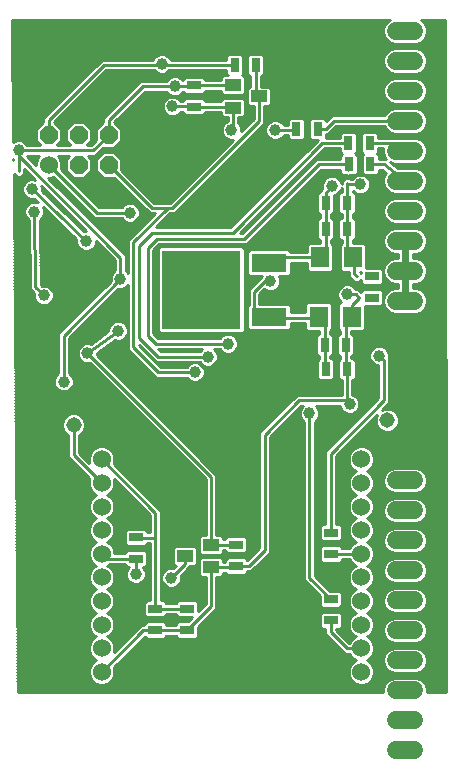
<source format=gbl>
G75*
%MOIN*%
%OFA0B0*%
%FSLAX25Y25*%
%IPPOS*%
%LPD*%
%AMOC8*
5,1,8,0,0,1.08239X$1,22.5*
%
%ADD10R,0.26378X0.26378*%
%ADD11R,0.11811X0.06299*%
%ADD12R,0.06299X0.07087*%
%ADD13R,0.04724X0.03150*%
%ADD14R,0.03150X0.04724*%
%ADD15R,0.05512X0.03937*%
%ADD16C,0.05150*%
%ADD17C,0.06000*%
%ADD18OC8,0.06000*%
%ADD19C,0.06000*%
%ADD20C,0.03962*%
%ADD21C,0.01000*%
%ADD22C,0.02400*%
D10*
X0458806Y0163441D03*
D11*
X0481444Y0172496D03*
X0481444Y0154386D03*
D12*
X0497979Y0154583D03*
X0509003Y0154583D03*
X0509436Y0174268D03*
X0498412Y0174268D03*
D13*
X0515696Y0167929D03*
X0515696Y0160843D03*
X0456325Y0224504D03*
X0456325Y0231591D03*
X0502034Y0082496D03*
X0502034Y0075409D03*
X0470499Y0078480D03*
X0470499Y0071394D03*
X0501995Y0060370D03*
X0501995Y0053283D03*
X0454160Y0050055D03*
X0443530Y0050055D03*
X0443530Y0057142D03*
X0454160Y0057142D03*
X0437034Y0073874D03*
X0437034Y0080961D03*
D14*
X0500341Y0136945D03*
X0507428Y0136945D03*
X0507034Y0145173D03*
X0499948Y0145173D03*
X0500381Y0183756D03*
X0507467Y0183756D03*
X0507467Y0192457D03*
X0500381Y0192457D03*
X0508097Y0205331D03*
X0515184Y0205331D03*
X0514987Y0212417D03*
X0507900Y0212417D03*
X0497625Y0217142D03*
X0490538Y0217142D03*
X0477034Y0238402D03*
X0469948Y0238402D03*
D15*
X0469436Y0231709D03*
X0478097Y0227969D03*
X0469436Y0224228D03*
X0462113Y0078520D03*
X0453451Y0074780D03*
X0462113Y0071039D03*
D16*
X0416286Y0118402D03*
X0520853Y0119976D03*
D17*
X0512231Y0106984D03*
X0512231Y0099110D03*
X0512231Y0091236D03*
X0512231Y0083362D03*
X0512231Y0075488D03*
X0512231Y0067614D03*
X0512231Y0059740D03*
X0512231Y0051866D03*
X0512231Y0043992D03*
X0512231Y0036118D03*
X0425617Y0036118D03*
X0425617Y0043992D03*
X0425617Y0051866D03*
X0425617Y0059740D03*
X0425617Y0067614D03*
X0425617Y0075488D03*
X0425617Y0083362D03*
X0425617Y0091236D03*
X0425617Y0099110D03*
X0425617Y0106984D03*
X0407940Y0205213D03*
D18*
X0417940Y0205213D03*
X0427940Y0205213D03*
X0427940Y0215213D03*
X0417940Y0215213D03*
X0407940Y0215213D03*
D19*
X0523877Y0219819D02*
X0529877Y0219819D01*
X0529877Y0229819D02*
X0523877Y0229819D01*
X0523877Y0239819D02*
X0529877Y0239819D01*
X0529877Y0249819D02*
X0523877Y0249819D01*
X0523877Y0209819D02*
X0529877Y0209819D01*
X0529877Y0199819D02*
X0523877Y0199819D01*
X0523877Y0189819D02*
X0529877Y0189819D01*
X0529877Y0179819D02*
X0523877Y0179819D01*
X0523877Y0169819D02*
X0529877Y0169819D01*
X0529877Y0159819D02*
X0523877Y0159819D01*
X0523877Y0099937D02*
X0529877Y0099937D01*
X0529877Y0089937D02*
X0523877Y0089937D01*
X0523877Y0079937D02*
X0529877Y0079937D01*
X0529877Y0069937D02*
X0523877Y0069937D01*
X0523877Y0059937D02*
X0529877Y0059937D01*
X0529877Y0049937D02*
X0523877Y0049937D01*
X0523877Y0039937D02*
X0529877Y0039937D01*
X0529877Y0029937D02*
X0523877Y0029937D01*
X0523877Y0019937D02*
X0529877Y0019937D01*
X0529877Y0009937D02*
X0523877Y0009937D01*
D20*
X0448845Y0067535D03*
X0437034Y0068717D03*
X0494908Y0122260D03*
X0508294Y0125409D03*
X0518136Y0141551D03*
X0507507Y0162024D03*
X0481916Y0166354D03*
X0431916Y0167142D03*
X0406325Y0161630D03*
X0431129Y0149819D03*
X0420892Y0142339D03*
X0413018Y0132890D03*
X0456719Y0136039D03*
X0461050Y0141157D03*
X0467743Y0145488D03*
X0420499Y0179740D03*
X0435066Y0189189D03*
X0403176Y0189583D03*
X0402388Y0197063D03*
X0398058Y0210055D03*
X0449239Y0224622D03*
X0468924Y0216748D03*
X0483491Y0216748D03*
X0450026Y0231315D03*
X0445696Y0238795D03*
X0502388Y0198244D03*
X0511837Y0198638D03*
D21*
X0396293Y0202188D02*
X0397616Y0029346D01*
X0519577Y0029346D01*
X0519577Y0030792D01*
X0520231Y0032373D01*
X0521441Y0033582D01*
X0523021Y0034237D01*
X0530732Y0034237D01*
X0532312Y0033582D01*
X0533522Y0032373D01*
X0534177Y0030792D01*
X0534177Y0029346D01*
X0540365Y0029346D01*
X0540021Y0253587D01*
X0532017Y0253587D01*
X0532312Y0253464D01*
X0533522Y0252255D01*
X0534177Y0250674D01*
X0534177Y0248964D01*
X0533522Y0247383D01*
X0532312Y0246174D01*
X0530732Y0245519D01*
X0523021Y0245519D01*
X0521441Y0246174D01*
X0520231Y0247383D01*
X0519577Y0248964D01*
X0519577Y0250674D01*
X0520231Y0252255D01*
X0521441Y0253464D01*
X0521736Y0253587D01*
X0395899Y0253587D01*
X0396211Y0212842D01*
X0397405Y0213336D01*
X0398710Y0213336D01*
X0399916Y0212837D01*
X0400839Y0211914D01*
X0400864Y0211855D01*
X0405216Y0211855D01*
X0403640Y0213431D01*
X0403640Y0216994D01*
X0406140Y0219494D01*
X0406140Y0220683D01*
X0407194Y0221737D01*
X0425659Y0240202D01*
X0442727Y0240202D01*
X0442914Y0240654D01*
X0443837Y0241577D01*
X0445043Y0242076D01*
X0446348Y0242076D01*
X0447554Y0241577D01*
X0448477Y0240654D01*
X0448664Y0240202D01*
X0467073Y0240202D01*
X0467073Y0241302D01*
X0467834Y0242064D01*
X0472061Y0242064D01*
X0472822Y0241302D01*
X0472822Y0235501D01*
X0472299Y0234977D01*
X0472730Y0234977D01*
X0473492Y0234216D01*
X0473492Y0229202D01*
X0472730Y0228440D01*
X0466141Y0228440D01*
X0465380Y0229202D01*
X0465380Y0229791D01*
X0459988Y0229791D01*
X0459988Y0229477D01*
X0459226Y0228716D01*
X0453425Y0228716D01*
X0452746Y0229395D01*
X0451885Y0228533D01*
X0450679Y0228034D01*
X0449374Y0228034D01*
X0448168Y0228533D01*
X0447245Y0229456D01*
X0447220Y0229515D01*
X0440063Y0229515D01*
X0429891Y0219343D01*
X0432240Y0216994D01*
X0432240Y0213431D01*
X0429721Y0210913D01*
X0426185Y0210913D01*
X0423528Y0208255D01*
X0420978Y0208255D01*
X0422240Y0206994D01*
X0422240Y0203431D01*
X0419721Y0200913D01*
X0416159Y0200913D01*
X0413640Y0203431D01*
X0413640Y0206994D01*
X0414901Y0208255D01*
X0410978Y0208255D01*
X0411585Y0207648D01*
X0412240Y0206068D01*
X0412240Y0204357D01*
X0411976Y0203722D01*
X0424709Y0190989D01*
X0432260Y0190989D01*
X0432284Y0191048D01*
X0433207Y0191971D01*
X0434413Y0192470D01*
X0435718Y0192470D01*
X0436924Y0191971D01*
X0437847Y0191048D01*
X0438347Y0189842D01*
X0438347Y0188536D01*
X0437847Y0187330D01*
X0436924Y0186407D01*
X0435718Y0185908D01*
X0434413Y0185908D01*
X0433207Y0186407D01*
X0432284Y0187330D01*
X0432260Y0187389D01*
X0423218Y0187389D01*
X0422163Y0188443D01*
X0409431Y0201176D01*
X0408795Y0200913D01*
X0407777Y0200913D01*
X0432662Y0176028D01*
X0432662Y0176028D01*
X0433716Y0174974D01*
X0433716Y0169948D01*
X0433775Y0169923D01*
X0434447Y0169251D01*
X0434447Y0180092D01*
X0443318Y0188964D01*
X0441643Y0188964D01*
X0429694Y0200913D01*
X0426159Y0200913D01*
X0423640Y0203431D01*
X0423640Y0206994D01*
X0426159Y0209513D01*
X0429721Y0209513D01*
X0432240Y0206994D01*
X0432240Y0203458D01*
X0443134Y0192564D01*
X0448493Y0192564D01*
X0469396Y0213467D01*
X0468271Y0213467D01*
X0467065Y0213966D01*
X0466142Y0214889D01*
X0465643Y0216095D01*
X0465643Y0217401D01*
X0466142Y0218607D01*
X0467065Y0219530D01*
X0467636Y0219766D01*
X0467636Y0220960D01*
X0466141Y0220960D01*
X0465380Y0221721D01*
X0465380Y0222704D01*
X0459988Y0222704D01*
X0459988Y0222391D01*
X0459226Y0221629D01*
X0453425Y0221629D01*
X0452663Y0222391D01*
X0452663Y0222822D01*
X0452045Y0222822D01*
X0452020Y0222763D01*
X0451097Y0221840D01*
X0449891Y0221341D01*
X0448586Y0221341D01*
X0447380Y0221840D01*
X0446457Y0222763D01*
X0445958Y0223969D01*
X0445958Y0225275D01*
X0446457Y0226481D01*
X0447380Y0227404D01*
X0448586Y0227903D01*
X0449891Y0227903D01*
X0451097Y0227404D01*
X0452020Y0226481D01*
X0452045Y0226422D01*
X0452663Y0226422D01*
X0452663Y0226617D01*
X0453425Y0227379D01*
X0459226Y0227379D01*
X0459988Y0226617D01*
X0459988Y0226304D01*
X0465380Y0226304D01*
X0465380Y0226735D01*
X0466141Y0227497D01*
X0472730Y0227497D01*
X0473492Y0226735D01*
X0473492Y0221721D01*
X0472730Y0220960D01*
X0471236Y0220960D01*
X0471236Y0219076D01*
X0471705Y0218607D01*
X0472205Y0217401D01*
X0472205Y0216275D01*
X0476297Y0220368D01*
X0476297Y0224700D01*
X0474803Y0224700D01*
X0474041Y0225462D01*
X0474041Y0230475D01*
X0474803Y0231237D01*
X0475234Y0231237D01*
X0475234Y0234739D01*
X0474921Y0234739D01*
X0474159Y0235501D01*
X0474159Y0241302D01*
X0474921Y0242064D01*
X0479147Y0242064D01*
X0479909Y0241302D01*
X0479909Y0235501D01*
X0479147Y0234739D01*
X0478834Y0234739D01*
X0478834Y0231237D01*
X0481391Y0231237D01*
X0482153Y0230475D01*
X0482153Y0225462D01*
X0481391Y0224700D01*
X0479897Y0224700D01*
X0479897Y0218876D01*
X0451039Y0190018D01*
X0449984Y0188964D01*
X0448410Y0188964D01*
X0443742Y0184296D01*
X0468572Y0184296D01*
X0497439Y0213163D01*
X0497755Y0213480D01*
X0495511Y0213480D01*
X0494750Y0214241D01*
X0494750Y0220042D01*
X0495511Y0220804D01*
X0499738Y0220804D01*
X0500499Y0220042D01*
X0500499Y0219767D01*
X0502352Y0221619D01*
X0519968Y0221619D01*
X0520231Y0222255D01*
X0521441Y0223464D01*
X0523021Y0224119D01*
X0530732Y0224119D01*
X0532312Y0223464D01*
X0533522Y0222255D01*
X0534177Y0220674D01*
X0534177Y0218964D01*
X0533522Y0217383D01*
X0532312Y0216174D01*
X0530732Y0215519D01*
X0523021Y0215519D01*
X0521441Y0216174D01*
X0520231Y0217383D01*
X0519968Y0218019D01*
X0503843Y0218019D01*
X0502220Y0216396D01*
X0501166Y0215342D01*
X0500499Y0215342D01*
X0500499Y0214241D01*
X0500476Y0214217D01*
X0505025Y0214217D01*
X0505025Y0215318D01*
X0505787Y0216080D01*
X0510014Y0216080D01*
X0510775Y0215318D01*
X0510775Y0209517D01*
X0510231Y0208972D01*
X0510972Y0208231D01*
X0510972Y0202430D01*
X0510210Y0201669D01*
X0508408Y0201669D01*
X0508081Y0201451D01*
X0506994Y0201669D01*
X0505984Y0201669D01*
X0505222Y0202430D01*
X0505222Y0203531D01*
X0498803Y0203531D01*
X0474000Y0178728D01*
X0444866Y0178728D01*
X0442771Y0176632D01*
X0442771Y0148990D01*
X0444473Y0147288D01*
X0464937Y0147288D01*
X0464961Y0147347D01*
X0465884Y0148270D01*
X0467090Y0148769D01*
X0468395Y0148769D01*
X0469601Y0148270D01*
X0470524Y0147347D01*
X0471024Y0146141D01*
X0471024Y0144836D01*
X0470524Y0143630D01*
X0469601Y0142707D01*
X0468395Y0142207D01*
X0467090Y0142207D01*
X0465884Y0142707D01*
X0464961Y0143630D01*
X0464937Y0143688D01*
X0463159Y0143688D01*
X0463831Y0143016D01*
X0464331Y0141810D01*
X0464331Y0140505D01*
X0463831Y0139299D01*
X0462908Y0138376D01*
X0461703Y0137876D01*
X0460397Y0137876D01*
X0459191Y0138376D01*
X0458268Y0139299D01*
X0458244Y0139357D01*
X0443769Y0139357D01*
X0438047Y0145080D01*
X0438047Y0145053D01*
X0445260Y0137839D01*
X0453913Y0137839D01*
X0453938Y0137898D01*
X0454861Y0138821D01*
X0456066Y0139320D01*
X0457372Y0139320D01*
X0458578Y0138821D01*
X0459501Y0137898D01*
X0460000Y0136692D01*
X0460000Y0135387D01*
X0459501Y0134181D01*
X0458578Y0133258D01*
X0457372Y0132758D01*
X0456066Y0132758D01*
X0454861Y0133258D01*
X0453938Y0134181D01*
X0453913Y0134239D01*
X0443769Y0134239D01*
X0435501Y0142507D01*
X0434447Y0143561D01*
X0434447Y0165032D01*
X0433775Y0164360D01*
X0432569Y0163861D01*
X0431263Y0163861D01*
X0431205Y0163885D01*
X0414818Y0147498D01*
X0414818Y0135696D01*
X0414877Y0135671D01*
X0415800Y0134748D01*
X0416299Y0133542D01*
X0416299Y0132237D01*
X0415800Y0131031D01*
X0414877Y0130108D01*
X0413671Y0129609D01*
X0412366Y0129609D01*
X0411160Y0130108D01*
X0410237Y0131031D01*
X0409737Y0132237D01*
X0409737Y0133542D01*
X0410237Y0134748D01*
X0411160Y0135671D01*
X0411218Y0135696D01*
X0411218Y0148990D01*
X0428659Y0166430D01*
X0428635Y0166489D01*
X0428635Y0167794D01*
X0429134Y0169000D01*
X0430057Y0169923D01*
X0430116Y0169948D01*
X0430116Y0173483D01*
X0423780Y0179819D01*
X0423780Y0179087D01*
X0423280Y0177882D01*
X0422357Y0176959D01*
X0421151Y0176459D01*
X0419846Y0176459D01*
X0418640Y0176959D01*
X0417717Y0177882D01*
X0417218Y0179087D01*
X0417218Y0180388D01*
X0406152Y0190973D01*
X0406457Y0190235D01*
X0406457Y0188930D01*
X0405957Y0187724D01*
X0405034Y0186801D01*
X0405020Y0186795D01*
X0405358Y0165143D01*
X0405614Y0164887D01*
X0405673Y0164911D01*
X0406978Y0164911D01*
X0408184Y0164411D01*
X0409107Y0163489D01*
X0409607Y0162283D01*
X0409607Y0160977D01*
X0409107Y0159771D01*
X0408184Y0158848D01*
X0406978Y0158349D01*
X0405673Y0158349D01*
X0404467Y0158848D01*
X0403544Y0159771D01*
X0403044Y0160977D01*
X0403044Y0162283D01*
X0403069Y0162341D01*
X0402307Y0163103D01*
X0401781Y0163612D01*
X0401781Y0163629D01*
X0401770Y0163640D01*
X0401770Y0164372D01*
X0401420Y0186759D01*
X0401317Y0186801D01*
X0400394Y0187724D01*
X0399895Y0188930D01*
X0399895Y0190235D01*
X0400394Y0191441D01*
X0401317Y0192364D01*
X0402523Y0192864D01*
X0403828Y0192864D01*
X0404439Y0192611D01*
X0403162Y0193832D01*
X0403041Y0193782D01*
X0401736Y0193782D01*
X0400530Y0194281D01*
X0399607Y0195204D01*
X0399107Y0196410D01*
X0399107Y0197716D01*
X0399607Y0198922D01*
X0400530Y0199845D01*
X0401736Y0200344D01*
X0403041Y0200344D01*
X0403406Y0200193D01*
X0399858Y0203741D01*
X0399858Y0202223D01*
X0398803Y0201169D01*
X0397312Y0201169D01*
X0396293Y0202188D01*
X0396297Y0201701D02*
X0396780Y0201701D01*
X0396304Y0200702D02*
X0402897Y0200702D01*
X0401898Y0201701D02*
X0399336Y0201701D01*
X0399858Y0202699D02*
X0400899Y0202699D01*
X0399901Y0203698D02*
X0399858Y0203698D01*
X0398058Y0202969D02*
X0398058Y0208087D01*
X0431916Y0174228D01*
X0431916Y0167142D01*
X0413018Y0148244D01*
X0413018Y0132890D01*
X0409737Y0132803D02*
X0396824Y0132803D01*
X0396832Y0131805D02*
X0409916Y0131805D01*
X0410461Y0130806D02*
X0396840Y0130806D01*
X0396847Y0129808D02*
X0411885Y0129808D01*
X0414152Y0129808D02*
X0430877Y0129808D01*
X0429879Y0130806D02*
X0415575Y0130806D01*
X0416120Y0131805D02*
X0428880Y0131805D01*
X0427882Y0132803D02*
X0416299Y0132803D01*
X0416192Y0133802D02*
X0426883Y0133802D01*
X0425885Y0134801D02*
X0415748Y0134801D01*
X0414818Y0135799D02*
X0424886Y0135799D01*
X0423888Y0136798D02*
X0414818Y0136798D01*
X0414818Y0137796D02*
X0422889Y0137796D01*
X0421891Y0138795D02*
X0414818Y0138795D01*
X0414818Y0139793D02*
X0418798Y0139793D01*
X0419034Y0139557D02*
X0420240Y0139057D01*
X0421545Y0139057D01*
X0421604Y0139082D01*
X0460313Y0100373D01*
X0460313Y0081788D01*
X0458818Y0081788D01*
X0458057Y0081027D01*
X0458057Y0076013D01*
X0458818Y0075251D01*
X0465407Y0075251D01*
X0466169Y0076013D01*
X0466169Y0076720D01*
X0466836Y0076720D01*
X0466836Y0076367D01*
X0467598Y0075606D01*
X0473399Y0075606D01*
X0474161Y0076367D01*
X0474161Y0080594D01*
X0473399Y0081355D01*
X0467598Y0081355D01*
X0466836Y0080594D01*
X0466836Y0080320D01*
X0466169Y0080320D01*
X0466169Y0081027D01*
X0465407Y0081788D01*
X0463913Y0081788D01*
X0463913Y0101864D01*
X0424149Y0141627D01*
X0424173Y0141686D01*
X0424173Y0142507D01*
X0429974Y0146746D01*
X0430476Y0146538D01*
X0431781Y0146538D01*
X0432987Y0147037D01*
X0433910Y0147960D01*
X0434410Y0149166D01*
X0434410Y0150472D01*
X0433910Y0151677D01*
X0432987Y0152600D01*
X0431781Y0153100D01*
X0430476Y0153100D01*
X0429270Y0152600D01*
X0428347Y0151677D01*
X0427848Y0150472D01*
X0427848Y0149651D01*
X0422047Y0145412D01*
X0421545Y0145620D01*
X0420240Y0145620D01*
X0419034Y0145120D01*
X0418111Y0144197D01*
X0417611Y0142991D01*
X0417611Y0141686D01*
X0418111Y0140480D01*
X0419034Y0139557D01*
X0417982Y0140792D02*
X0414818Y0140792D01*
X0414818Y0141790D02*
X0417611Y0141790D01*
X0417611Y0142789D02*
X0414818Y0142789D01*
X0414818Y0143787D02*
X0417941Y0143787D01*
X0418699Y0144786D02*
X0414818Y0144786D01*
X0414818Y0145784D02*
X0422557Y0145784D01*
X0423923Y0146783D02*
X0414818Y0146783D01*
X0415101Y0147781D02*
X0425289Y0147781D01*
X0426656Y0148780D02*
X0416100Y0148780D01*
X0417098Y0149778D02*
X0427848Y0149778D01*
X0427974Y0150777D02*
X0418097Y0150777D01*
X0419095Y0151775D02*
X0428445Y0151775D01*
X0429688Y0152774D02*
X0420094Y0152774D01*
X0421092Y0153772D02*
X0434447Y0153772D01*
X0434447Y0152774D02*
X0432569Y0152774D01*
X0433812Y0151775D02*
X0434447Y0151775D01*
X0434447Y0150777D02*
X0434283Y0150777D01*
X0434410Y0149778D02*
X0434447Y0149778D01*
X0434447Y0148780D02*
X0434250Y0148780D01*
X0434447Y0147781D02*
X0433731Y0147781D01*
X0434447Y0146783D02*
X0432372Y0146783D01*
X0434447Y0145784D02*
X0428658Y0145784D01*
X0427292Y0144786D02*
X0434447Y0144786D01*
X0434447Y0143787D02*
X0425925Y0143787D01*
X0424559Y0142789D02*
X0435220Y0142789D01*
X0436218Y0141790D02*
X0424173Y0141790D01*
X0424985Y0140792D02*
X0437217Y0140792D01*
X0438215Y0139793D02*
X0425983Y0139793D01*
X0426982Y0138795D02*
X0439214Y0138795D01*
X0440212Y0137796D02*
X0427980Y0137796D01*
X0428979Y0136798D02*
X0441211Y0136798D01*
X0442209Y0135799D02*
X0429978Y0135799D01*
X0430976Y0134801D02*
X0443208Y0134801D01*
X0444514Y0136039D02*
X0436247Y0144307D01*
X0436247Y0179346D01*
X0447664Y0190764D01*
X0442388Y0190764D01*
X0427940Y0205213D01*
X0432240Y0205695D02*
X0461624Y0205695D01*
X0460626Y0204696D02*
X0432240Y0204696D01*
X0432240Y0203698D02*
X0459627Y0203698D01*
X0458629Y0202699D02*
X0432999Y0202699D01*
X0433997Y0201701D02*
X0457630Y0201701D01*
X0456632Y0200702D02*
X0434996Y0200702D01*
X0435994Y0199704D02*
X0455633Y0199704D01*
X0454635Y0198705D02*
X0436993Y0198705D01*
X0437991Y0197707D02*
X0453636Y0197707D01*
X0452638Y0196708D02*
X0438990Y0196708D01*
X0439988Y0195710D02*
X0451639Y0195710D01*
X0450641Y0194711D02*
X0440987Y0194711D01*
X0441985Y0193713D02*
X0449642Y0193713D01*
X0448644Y0192714D02*
X0442984Y0192714D01*
X0440888Y0189719D02*
X0438347Y0189719D01*
X0438347Y0188720D02*
X0443075Y0188720D01*
X0442076Y0187722D02*
X0438009Y0187722D01*
X0437240Y0186723D02*
X0441078Y0186723D01*
X0440079Y0185725D02*
X0422965Y0185725D01*
X0421967Y0186723D02*
X0432891Y0186723D01*
X0435066Y0189189D02*
X0423963Y0189189D01*
X0407940Y0205213D01*
X0404901Y0208255D02*
X0404294Y0207648D01*
X0403640Y0206068D01*
X0403640Y0205050D01*
X0400666Y0208024D01*
X0400839Y0208197D01*
X0400864Y0208255D01*
X0404901Y0208255D01*
X0404338Y0207692D02*
X0400998Y0207692D01*
X0401997Y0206693D02*
X0403899Y0206693D01*
X0403640Y0205695D02*
X0402995Y0205695D01*
X0398058Y0208087D02*
X0398058Y0210055D01*
X0422782Y0210055D01*
X0427940Y0215213D01*
X0427940Y0219937D01*
X0439318Y0231315D01*
X0450026Y0231315D01*
X0456050Y0231315D01*
X0456325Y0231591D01*
X0469318Y0231591D01*
X0469436Y0231709D01*
X0467596Y0234977D02*
X0466141Y0234977D01*
X0465380Y0234216D01*
X0465380Y0233391D01*
X0459988Y0233391D01*
X0459988Y0233704D01*
X0459226Y0234465D01*
X0453425Y0234465D01*
X0452663Y0233704D01*
X0452663Y0233318D01*
X0451885Y0234097D01*
X0450679Y0234596D01*
X0449374Y0234596D01*
X0448168Y0234097D01*
X0447245Y0233174D01*
X0447220Y0233115D01*
X0438572Y0233115D01*
X0427194Y0221737D01*
X0426140Y0220683D01*
X0426140Y0219494D01*
X0423640Y0216994D01*
X0423640Y0213458D01*
X0422037Y0211855D01*
X0420663Y0211855D01*
X0422240Y0213431D01*
X0422240Y0216994D01*
X0419721Y0219513D01*
X0416159Y0219513D01*
X0413640Y0216994D01*
X0413640Y0213431D01*
X0415216Y0211855D01*
X0410663Y0211855D01*
X0412240Y0213431D01*
X0412240Y0216994D01*
X0409891Y0219343D01*
X0427150Y0236602D01*
X0443249Y0236602D01*
X0443837Y0236014D01*
X0445043Y0235514D01*
X0446348Y0235514D01*
X0447554Y0236014D01*
X0448142Y0236602D01*
X0467073Y0236602D01*
X0467073Y0235501D01*
X0467596Y0234977D01*
X0467073Y0235650D02*
X0446676Y0235650D01*
X0444715Y0235650D02*
X0426198Y0235650D01*
X0425200Y0234652D02*
X0465816Y0234652D01*
X0465380Y0233653D02*
X0459988Y0233653D01*
X0452663Y0233653D02*
X0452328Y0233653D01*
X0447724Y0233653D02*
X0424201Y0233653D01*
X0423203Y0232655D02*
X0438112Y0232655D01*
X0437113Y0231656D02*
X0422204Y0231656D01*
X0421206Y0230658D02*
X0436115Y0230658D01*
X0435116Y0229659D02*
X0420207Y0229659D01*
X0419209Y0228661D02*
X0434118Y0228661D01*
X0433119Y0227662D02*
X0418210Y0227662D01*
X0417212Y0226664D02*
X0432121Y0226664D01*
X0431122Y0225665D02*
X0416213Y0225665D01*
X0415215Y0224667D02*
X0430124Y0224667D01*
X0429125Y0223668D02*
X0414216Y0223668D01*
X0413218Y0222670D02*
X0428127Y0222670D01*
X0427128Y0221671D02*
X0412219Y0221671D01*
X0411221Y0220672D02*
X0426140Y0220672D01*
X0426140Y0219674D02*
X0410222Y0219674D01*
X0410558Y0218675D02*
X0415321Y0218675D01*
X0414323Y0217677D02*
X0411556Y0217677D01*
X0412240Y0216678D02*
X0413640Y0216678D01*
X0413640Y0215680D02*
X0412240Y0215680D01*
X0412240Y0214681D02*
X0413640Y0214681D01*
X0413640Y0213683D02*
X0412240Y0213683D01*
X0411493Y0212684D02*
X0414387Y0212684D01*
X0407940Y0215213D02*
X0407940Y0219937D01*
X0426404Y0238402D01*
X0446089Y0238402D01*
X0469948Y0238402D01*
X0472822Y0238646D02*
X0474159Y0238646D01*
X0474159Y0239644D02*
X0472822Y0239644D01*
X0472822Y0240643D02*
X0474159Y0240643D01*
X0474498Y0241641D02*
X0472483Y0241641D01*
X0472822Y0237647D02*
X0474159Y0237647D01*
X0474159Y0236649D02*
X0472822Y0236649D01*
X0472822Y0235650D02*
X0474159Y0235650D01*
X0475234Y0234652D02*
X0473056Y0234652D01*
X0473492Y0233653D02*
X0475234Y0233653D01*
X0475234Y0232655D02*
X0473492Y0232655D01*
X0473492Y0231656D02*
X0475234Y0231656D01*
X0474223Y0230658D02*
X0473492Y0230658D01*
X0473492Y0229659D02*
X0474041Y0229659D01*
X0474041Y0228661D02*
X0472950Y0228661D01*
X0474041Y0227662D02*
X0450473Y0227662D01*
X0451837Y0226664D02*
X0452710Y0226664D01*
X0452012Y0228661D02*
X0465921Y0228661D01*
X0465380Y0229659D02*
X0459988Y0229659D01*
X0459941Y0226664D02*
X0465380Y0226664D01*
X0465380Y0222670D02*
X0459988Y0222670D01*
X0459268Y0221671D02*
X0465430Y0221671D01*
X0467636Y0220672D02*
X0431221Y0220672D01*
X0430222Y0219674D02*
X0467414Y0219674D01*
X0466211Y0218675D02*
X0430558Y0218675D01*
X0431556Y0217677D02*
X0465757Y0217677D01*
X0465643Y0216678D02*
X0432240Y0216678D01*
X0432240Y0215680D02*
X0465815Y0215680D01*
X0466350Y0214681D02*
X0432240Y0214681D01*
X0432240Y0213683D02*
X0467750Y0213683D01*
X0468614Y0212684D02*
X0431493Y0212684D01*
X0430494Y0211686D02*
X0467615Y0211686D01*
X0466617Y0210687D02*
X0425960Y0210687D01*
X0424961Y0209689D02*
X0465618Y0209689D01*
X0464620Y0208690D02*
X0430543Y0208690D01*
X0431541Y0207692D02*
X0463621Y0207692D01*
X0462623Y0206693D02*
X0432240Y0206693D01*
X0425336Y0208690D02*
X0423963Y0208690D01*
X0424338Y0207692D02*
X0421541Y0207692D01*
X0422240Y0206693D02*
X0423640Y0206693D01*
X0423640Y0205695D02*
X0422240Y0205695D01*
X0422240Y0204696D02*
X0423640Y0204696D01*
X0423640Y0203698D02*
X0422240Y0203698D01*
X0421507Y0202699D02*
X0424372Y0202699D01*
X0425370Y0201701D02*
X0420509Y0201701D01*
X0416993Y0198705D02*
X0431901Y0198705D01*
X0430903Y0199704D02*
X0415994Y0199704D01*
X0414996Y0200702D02*
X0429904Y0200702D01*
X0432900Y0197707D02*
X0417991Y0197707D01*
X0418990Y0196708D02*
X0433898Y0196708D01*
X0434897Y0195710D02*
X0419988Y0195710D01*
X0420987Y0194711D02*
X0435895Y0194711D01*
X0436894Y0193713D02*
X0421985Y0193713D01*
X0422984Y0192714D02*
X0437892Y0192714D01*
X0437179Y0191716D02*
X0438891Y0191716D01*
X0437984Y0190717D02*
X0439889Y0190717D01*
X0432952Y0191716D02*
X0423982Y0191716D01*
X0421887Y0188720D02*
X0419970Y0188720D01*
X0420888Y0189719D02*
X0418971Y0189719D01*
X0419889Y0190717D02*
X0417973Y0190717D01*
X0418891Y0191716D02*
X0416974Y0191716D01*
X0417892Y0192714D02*
X0415976Y0192714D01*
X0416894Y0193713D02*
X0414977Y0193713D01*
X0415895Y0194711D02*
X0413979Y0194711D01*
X0414897Y0195710D02*
X0412980Y0195710D01*
X0413898Y0196708D02*
X0411982Y0196708D01*
X0412900Y0197707D02*
X0410983Y0197707D01*
X0411901Y0198705D02*
X0409985Y0198705D01*
X0410903Y0199704D02*
X0408986Y0199704D01*
X0409904Y0200702D02*
X0407988Y0200702D01*
X0405518Y0198080D02*
X0420578Y0183021D01*
X0419846Y0183021D01*
X0419725Y0182971D01*
X0405670Y0196415D01*
X0405670Y0197716D01*
X0405518Y0198080D01*
X0405670Y0197707D02*
X0405892Y0197707D01*
X0405670Y0196708D02*
X0406891Y0196708D01*
X0406407Y0195710D02*
X0407889Y0195710D01*
X0407451Y0194711D02*
X0408888Y0194711D01*
X0408495Y0193713D02*
X0409886Y0193713D01*
X0409539Y0192714D02*
X0410885Y0192714D01*
X0410583Y0191716D02*
X0411883Y0191716D01*
X0411627Y0190717D02*
X0412882Y0190717D01*
X0412671Y0189719D02*
X0413880Y0189719D01*
X0413715Y0188720D02*
X0414879Y0188720D01*
X0414758Y0187722D02*
X0415877Y0187722D01*
X0415802Y0186723D02*
X0416876Y0186723D01*
X0416846Y0185725D02*
X0417874Y0185725D01*
X0417890Y0184726D02*
X0418873Y0184726D01*
X0418934Y0183728D02*
X0419871Y0183728D01*
X0420968Y0187722D02*
X0422885Y0187722D01*
X0423964Y0184726D02*
X0439081Y0184726D01*
X0438082Y0183728D02*
X0424962Y0183728D01*
X0425961Y0182729D02*
X0437084Y0182729D01*
X0436085Y0181731D02*
X0426959Y0181731D01*
X0427958Y0180732D02*
X0435087Y0180732D01*
X0434447Y0179734D02*
X0428956Y0179734D01*
X0429955Y0178735D02*
X0434447Y0178735D01*
X0434447Y0177737D02*
X0430953Y0177737D01*
X0431952Y0176738D02*
X0434447Y0176738D01*
X0434447Y0175739D02*
X0432950Y0175739D01*
X0433716Y0174741D02*
X0434447Y0174741D01*
X0434447Y0173742D02*
X0433716Y0173742D01*
X0433716Y0172744D02*
X0434447Y0172744D01*
X0434447Y0171745D02*
X0433716Y0171745D01*
X0433716Y0170747D02*
X0434447Y0170747D01*
X0434447Y0169748D02*
X0433949Y0169748D01*
X0430116Y0170747D02*
X0405270Y0170747D01*
X0405255Y0171745D02*
X0430116Y0171745D01*
X0430116Y0172744D02*
X0405239Y0172744D01*
X0405224Y0173742D02*
X0429856Y0173742D01*
X0428858Y0174741D02*
X0405208Y0174741D01*
X0405192Y0175739D02*
X0427859Y0175739D01*
X0426861Y0176738D02*
X0421825Y0176738D01*
X0423135Y0177737D02*
X0425862Y0177737D01*
X0424864Y0178735D02*
X0423634Y0178735D01*
X0423780Y0179734D02*
X0423865Y0179734D01*
X0420499Y0179740D02*
X0402388Y0197063D01*
X0400100Y0194711D02*
X0396350Y0194711D01*
X0396358Y0193713D02*
X0403287Y0193713D01*
X0404190Y0192714D02*
X0404331Y0192714D01*
X0402162Y0192714D02*
X0396365Y0192714D01*
X0396373Y0191716D02*
X0400669Y0191716D01*
X0400094Y0190717D02*
X0396381Y0190717D01*
X0396388Y0189719D02*
X0399895Y0189719D01*
X0399982Y0188720D02*
X0396396Y0188720D01*
X0396404Y0187722D02*
X0400397Y0187722D01*
X0401420Y0186723D02*
X0396411Y0186723D01*
X0396419Y0185725D02*
X0401436Y0185725D01*
X0401452Y0184726D02*
X0396427Y0184726D01*
X0396434Y0183728D02*
X0401467Y0183728D01*
X0401483Y0182729D02*
X0396442Y0182729D01*
X0396450Y0181731D02*
X0401498Y0181731D01*
X0401514Y0180732D02*
X0396457Y0180732D01*
X0396465Y0179734D02*
X0401530Y0179734D01*
X0401545Y0178735D02*
X0396473Y0178735D01*
X0396480Y0177737D02*
X0401561Y0177737D01*
X0401576Y0176738D02*
X0396488Y0176738D01*
X0396495Y0175739D02*
X0401592Y0175739D01*
X0401608Y0174741D02*
X0396503Y0174741D01*
X0396511Y0173742D02*
X0401623Y0173742D01*
X0401639Y0172744D02*
X0396518Y0172744D01*
X0396526Y0171745D02*
X0401654Y0171745D01*
X0401670Y0170747D02*
X0396534Y0170747D01*
X0396541Y0169748D02*
X0401686Y0169748D01*
X0401701Y0168750D02*
X0396549Y0168750D01*
X0396557Y0167751D02*
X0401717Y0167751D01*
X0401732Y0166753D02*
X0396564Y0166753D01*
X0396572Y0165754D02*
X0401748Y0165754D01*
X0401764Y0164756D02*
X0396580Y0164756D01*
X0396587Y0163757D02*
X0401770Y0163757D01*
X0402651Y0162759D02*
X0396595Y0162759D01*
X0396603Y0161760D02*
X0403044Y0161760D01*
X0403134Y0160762D02*
X0396610Y0160762D01*
X0396618Y0159763D02*
X0403552Y0159763D01*
X0404669Y0158765D02*
X0396625Y0158765D01*
X0396633Y0157766D02*
X0419995Y0157766D01*
X0418996Y0156768D02*
X0396641Y0156768D01*
X0396648Y0155769D02*
X0417998Y0155769D01*
X0416999Y0154771D02*
X0396656Y0154771D01*
X0396664Y0153772D02*
X0416001Y0153772D01*
X0415002Y0152774D02*
X0396671Y0152774D01*
X0396679Y0151775D02*
X0414004Y0151775D01*
X0413005Y0150777D02*
X0396687Y0150777D01*
X0396694Y0149778D02*
X0412007Y0149778D01*
X0411218Y0148780D02*
X0396702Y0148780D01*
X0396710Y0147781D02*
X0411218Y0147781D01*
X0411218Y0146783D02*
X0396717Y0146783D01*
X0396725Y0145784D02*
X0411218Y0145784D01*
X0411218Y0144786D02*
X0396732Y0144786D01*
X0396740Y0143787D02*
X0411218Y0143787D01*
X0411218Y0142789D02*
X0396748Y0142789D01*
X0396755Y0141790D02*
X0411218Y0141790D01*
X0411218Y0140792D02*
X0396763Y0140792D01*
X0396771Y0139793D02*
X0411218Y0139793D01*
X0411218Y0138795D02*
X0396778Y0138795D01*
X0396786Y0137796D02*
X0411218Y0137796D01*
X0411218Y0136798D02*
X0396794Y0136798D01*
X0396801Y0135799D02*
X0411218Y0135799D01*
X0410289Y0134801D02*
X0396809Y0134801D01*
X0396817Y0133802D02*
X0409845Y0133802D01*
X0396855Y0128809D02*
X0431876Y0128809D01*
X0432874Y0127811D02*
X0396862Y0127811D01*
X0396870Y0126812D02*
X0433873Y0126812D01*
X0434871Y0125814D02*
X0396878Y0125814D01*
X0396885Y0124815D02*
X0435870Y0124815D01*
X0436868Y0123817D02*
X0396893Y0123817D01*
X0396901Y0122818D02*
X0437867Y0122818D01*
X0438866Y0121820D02*
X0418159Y0121820D01*
X0418481Y0121686D02*
X0417057Y0122276D01*
X0415515Y0122276D01*
X0414091Y0121686D01*
X0413001Y0120596D01*
X0412411Y0119172D01*
X0412411Y0117631D01*
X0413001Y0116207D01*
X0414091Y0115117D01*
X0414486Y0114953D01*
X0414486Y0107695D01*
X0415540Y0106641D01*
X0421580Y0100601D01*
X0421317Y0099966D01*
X0421317Y0098255D01*
X0421971Y0096674D01*
X0423181Y0095465D01*
X0423885Y0095173D01*
X0423181Y0094882D01*
X0421971Y0093672D01*
X0421317Y0092092D01*
X0421317Y0090381D01*
X0421971Y0088800D01*
X0423181Y0087591D01*
X0423885Y0087299D01*
X0423181Y0087008D01*
X0421971Y0085798D01*
X0421317Y0084218D01*
X0421317Y0082507D01*
X0421971Y0080926D01*
X0423181Y0079717D01*
X0423885Y0079425D01*
X0423181Y0079134D01*
X0421971Y0077924D01*
X0421317Y0076344D01*
X0421317Y0074633D01*
X0421971Y0073052D01*
X0423181Y0071843D01*
X0423885Y0071551D01*
X0423181Y0071260D01*
X0421971Y0070050D01*
X0421317Y0068469D01*
X0421317Y0066759D01*
X0421971Y0065178D01*
X0423181Y0063969D01*
X0423885Y0063677D01*
X0423181Y0063386D01*
X0421971Y0062176D01*
X0421317Y0060595D01*
X0421317Y0058885D01*
X0421971Y0057304D01*
X0423181Y0056095D01*
X0423885Y0055803D01*
X0423181Y0055511D01*
X0421971Y0054302D01*
X0421317Y0052721D01*
X0421317Y0051011D01*
X0421971Y0049430D01*
X0423181Y0048221D01*
X0423885Y0047929D01*
X0423181Y0047637D01*
X0421971Y0046428D01*
X0421317Y0044847D01*
X0421317Y0043137D01*
X0421971Y0041556D01*
X0423181Y0040347D01*
X0423885Y0040055D01*
X0423181Y0039763D01*
X0421971Y0038554D01*
X0421317Y0036973D01*
X0421317Y0035263D01*
X0421971Y0033682D01*
X0423181Y0032473D01*
X0424761Y0031818D01*
X0426472Y0031818D01*
X0428053Y0032473D01*
X0429262Y0033682D01*
X0429917Y0035263D01*
X0429917Y0036973D01*
X0429653Y0037609D01*
X0439927Y0047883D01*
X0440629Y0047180D01*
X0446431Y0047180D01*
X0447192Y0047942D01*
X0447192Y0048255D01*
X0450498Y0048255D01*
X0450498Y0047942D01*
X0451259Y0047180D01*
X0457061Y0047180D01*
X0457822Y0047942D01*
X0457822Y0051172D01*
X0462858Y0056208D01*
X0463913Y0057262D01*
X0463913Y0067771D01*
X0465407Y0067771D01*
X0466169Y0068532D01*
X0466169Y0069239D01*
X0466878Y0069239D01*
X0467598Y0068519D01*
X0473399Y0068519D01*
X0474161Y0069280D01*
X0474161Y0069594D01*
X0475496Y0069594D01*
X0476551Y0070648D01*
X0481747Y0075845D01*
X0481747Y0114428D01*
X0492110Y0124791D01*
X0492799Y0124791D01*
X0492127Y0124118D01*
X0491627Y0122912D01*
X0491627Y0121607D01*
X0492127Y0120401D01*
X0493050Y0119478D01*
X0493108Y0119454D01*
X0493108Y0066711D01*
X0494163Y0065657D01*
X0498333Y0061487D01*
X0498333Y0058257D01*
X0499094Y0057495D01*
X0504895Y0057495D01*
X0505657Y0058257D01*
X0505657Y0062483D01*
X0504895Y0063245D01*
X0501666Y0063245D01*
X0496708Y0068202D01*
X0496708Y0119454D01*
X0496767Y0119478D01*
X0497690Y0120401D01*
X0498189Y0121607D01*
X0498189Y0122912D01*
X0497690Y0124118D01*
X0497018Y0124791D01*
X0505013Y0124791D01*
X0505013Y0124757D01*
X0505512Y0123551D01*
X0506435Y0122628D01*
X0507641Y0122128D01*
X0508947Y0122128D01*
X0510153Y0122628D01*
X0511076Y0123551D01*
X0511575Y0124757D01*
X0511575Y0126062D01*
X0511076Y0127268D01*
X0510153Y0128191D01*
X0509228Y0128574D01*
X0509228Y0133283D01*
X0509541Y0133283D01*
X0510303Y0134044D01*
X0510303Y0139846D01*
X0509541Y0140607D01*
X0508834Y0140607D01*
X0508834Y0141511D01*
X0509147Y0141511D01*
X0509909Y0142273D01*
X0509909Y0148074D01*
X0509147Y0148835D01*
X0508834Y0148835D01*
X0508834Y0149739D01*
X0512691Y0149739D01*
X0513452Y0150501D01*
X0513452Y0157968D01*
X0518596Y0157968D01*
X0519358Y0158729D01*
X0519358Y0162956D01*
X0518596Y0163717D01*
X0512795Y0163717D01*
X0512033Y0162956D01*
X0512033Y0162798D01*
X0511008Y0163824D01*
X0510312Y0163824D01*
X0510288Y0163882D01*
X0509365Y0164805D01*
X0508159Y0165305D01*
X0506854Y0165305D01*
X0505648Y0164805D01*
X0504725Y0163882D01*
X0504225Y0162676D01*
X0504225Y0161371D01*
X0504725Y0160165D01*
X0505464Y0159426D01*
X0505315Y0159426D01*
X0504553Y0158664D01*
X0504553Y0150501D01*
X0505234Y0149820D01*
X0505234Y0148835D01*
X0504921Y0148835D01*
X0504159Y0148074D01*
X0504159Y0142273D01*
X0504921Y0141511D01*
X0505234Y0141511D01*
X0505234Y0140527D01*
X0504553Y0139846D01*
X0504553Y0134044D01*
X0505315Y0133283D01*
X0505628Y0133283D01*
X0505628Y0128391D01*
X0490619Y0128391D01*
X0479202Y0116973D01*
X0478148Y0115919D01*
X0478148Y0077336D01*
X0474161Y0073349D01*
X0474161Y0073507D01*
X0473399Y0074268D01*
X0467598Y0074268D01*
X0466836Y0073507D01*
X0466836Y0072839D01*
X0466169Y0072839D01*
X0466169Y0073546D01*
X0465407Y0074308D01*
X0458818Y0074308D01*
X0458057Y0073546D01*
X0458057Y0068532D01*
X0458818Y0067771D01*
X0460313Y0067771D01*
X0460313Y0058753D01*
X0457822Y0056263D01*
X0457822Y0059255D01*
X0457061Y0060017D01*
X0451259Y0060017D01*
X0450498Y0059255D01*
X0450498Y0058942D01*
X0447192Y0058942D01*
X0447192Y0059255D01*
X0446431Y0060017D01*
X0445330Y0060017D01*
X0445330Y0089816D01*
X0444276Y0090871D01*
X0429653Y0105493D01*
X0429917Y0106129D01*
X0429917Y0107840D01*
X0429262Y0109420D01*
X0428053Y0110630D01*
X0426472Y0111284D01*
X0424761Y0111284D01*
X0423181Y0110630D01*
X0421971Y0109420D01*
X0421317Y0107840D01*
X0421317Y0106129D01*
X0421439Y0105833D01*
X0418086Y0109187D01*
X0418086Y0114953D01*
X0418481Y0115117D01*
X0419571Y0116207D01*
X0420161Y0117631D01*
X0420161Y0119172D01*
X0419571Y0120596D01*
X0418481Y0121686D01*
X0419346Y0120821D02*
X0439864Y0120821D01*
X0440863Y0119823D02*
X0419891Y0119823D01*
X0420161Y0118824D02*
X0441861Y0118824D01*
X0442860Y0117826D02*
X0420161Y0117826D01*
X0419828Y0116827D02*
X0443858Y0116827D01*
X0444857Y0115829D02*
X0419193Y0115829D01*
X0418086Y0114830D02*
X0445855Y0114830D01*
X0446854Y0113832D02*
X0418086Y0113832D01*
X0418086Y0112833D02*
X0447852Y0112833D01*
X0448851Y0111835D02*
X0418086Y0111835D01*
X0418086Y0110836D02*
X0423680Y0110836D01*
X0422389Y0109838D02*
X0418086Y0109838D01*
X0418433Y0108839D02*
X0421731Y0108839D01*
X0421317Y0107841D02*
X0419432Y0107841D01*
X0420430Y0106842D02*
X0421317Y0106842D01*
X0421429Y0105844D02*
X0421435Y0105844D01*
X0419333Y0102848D02*
X0397054Y0102848D01*
X0397061Y0101850D02*
X0420332Y0101850D01*
X0421330Y0100851D02*
X0397069Y0100851D01*
X0397077Y0099853D02*
X0421317Y0099853D01*
X0421317Y0098854D02*
X0397084Y0098854D01*
X0397092Y0097856D02*
X0421482Y0097856D01*
X0421896Y0096857D02*
X0397099Y0096857D01*
X0397107Y0095859D02*
X0422787Y0095859D01*
X0423160Y0094860D02*
X0397115Y0094860D01*
X0397122Y0093862D02*
X0422161Y0093862D01*
X0421636Y0092863D02*
X0397130Y0092863D01*
X0397138Y0091865D02*
X0421317Y0091865D01*
X0421317Y0090866D02*
X0397145Y0090866D01*
X0397153Y0089868D02*
X0421529Y0089868D01*
X0421943Y0088869D02*
X0397161Y0088869D01*
X0397168Y0087870D02*
X0422901Y0087870D01*
X0423045Y0086872D02*
X0397176Y0086872D01*
X0397184Y0085873D02*
X0422047Y0085873D01*
X0421589Y0084875D02*
X0397191Y0084875D01*
X0397199Y0083876D02*
X0421317Y0083876D01*
X0421317Y0082878D02*
X0397207Y0082878D01*
X0397214Y0081879D02*
X0421577Y0081879D01*
X0422017Y0080881D02*
X0397222Y0080881D01*
X0397229Y0079882D02*
X0423015Y0079882D01*
X0422931Y0078884D02*
X0397237Y0078884D01*
X0397245Y0077885D02*
X0421955Y0077885D01*
X0421542Y0076887D02*
X0397252Y0076887D01*
X0397260Y0075888D02*
X0421317Y0075888D01*
X0421317Y0074890D02*
X0397268Y0074890D01*
X0397275Y0073891D02*
X0421624Y0073891D01*
X0422131Y0072893D02*
X0397283Y0072893D01*
X0397291Y0071894D02*
X0423130Y0071894D01*
X0422817Y0070896D02*
X0397298Y0070896D01*
X0397306Y0069897D02*
X0421908Y0069897D01*
X0421495Y0068899D02*
X0397314Y0068899D01*
X0397321Y0067900D02*
X0421317Y0067900D01*
X0421317Y0066902D02*
X0397329Y0066902D01*
X0397336Y0065903D02*
X0421671Y0065903D01*
X0422245Y0064905D02*
X0397344Y0064905D01*
X0397352Y0063906D02*
X0423332Y0063906D01*
X0422703Y0062908D02*
X0397359Y0062908D01*
X0397367Y0061909D02*
X0421861Y0061909D01*
X0421447Y0060911D02*
X0397375Y0060911D01*
X0397382Y0059912D02*
X0421317Y0059912D01*
X0421317Y0058914D02*
X0397390Y0058914D01*
X0397398Y0057915D02*
X0421718Y0057915D01*
X0422359Y0056917D02*
X0397405Y0056917D01*
X0397413Y0055918D02*
X0423608Y0055918D01*
X0422589Y0054920D02*
X0397421Y0054920D01*
X0397428Y0053921D02*
X0421814Y0053921D01*
X0421400Y0052923D02*
X0397436Y0052923D01*
X0397444Y0051924D02*
X0421317Y0051924D01*
X0421352Y0050926D02*
X0397451Y0050926D01*
X0397459Y0049927D02*
X0421766Y0049927D01*
X0422473Y0048929D02*
X0397466Y0048929D01*
X0397474Y0047930D02*
X0423883Y0047930D01*
X0422475Y0046932D02*
X0397482Y0046932D01*
X0397489Y0045933D02*
X0421766Y0045933D01*
X0421353Y0044934D02*
X0397497Y0044934D01*
X0397505Y0043936D02*
X0421317Y0043936D01*
X0421399Y0042937D02*
X0397512Y0042937D01*
X0397520Y0041939D02*
X0421813Y0041939D01*
X0422587Y0040940D02*
X0397528Y0040940D01*
X0397535Y0039942D02*
X0423612Y0039942D01*
X0422361Y0038943D02*
X0397543Y0038943D01*
X0397551Y0037945D02*
X0421719Y0037945D01*
X0421317Y0036946D02*
X0397558Y0036946D01*
X0397566Y0035948D02*
X0421317Y0035948D01*
X0421447Y0034949D02*
X0397573Y0034949D01*
X0397581Y0033951D02*
X0421860Y0033951D01*
X0422701Y0032952D02*
X0397589Y0032952D01*
X0397596Y0031954D02*
X0424434Y0031954D01*
X0426800Y0031954D02*
X0511048Y0031954D01*
X0511376Y0031818D02*
X0513086Y0031818D01*
X0514667Y0032473D01*
X0515876Y0033682D01*
X0516531Y0035263D01*
X0516531Y0036973D01*
X0515876Y0038554D01*
X0514667Y0039763D01*
X0513963Y0040055D01*
X0514667Y0040347D01*
X0515876Y0041556D01*
X0516531Y0043137D01*
X0516531Y0044847D01*
X0515876Y0046428D01*
X0514667Y0047637D01*
X0513963Y0047929D01*
X0514667Y0048221D01*
X0515876Y0049430D01*
X0516531Y0051011D01*
X0516531Y0052721D01*
X0515876Y0054302D01*
X0514667Y0055511D01*
X0513963Y0055803D01*
X0514667Y0056095D01*
X0515876Y0057304D01*
X0516531Y0058885D01*
X0516531Y0060595D01*
X0515876Y0062176D01*
X0514667Y0063386D01*
X0513963Y0063677D01*
X0514667Y0063969D01*
X0515876Y0065178D01*
X0516531Y0066759D01*
X0516531Y0068469D01*
X0515876Y0070050D01*
X0514667Y0071260D01*
X0513963Y0071551D01*
X0514667Y0071843D01*
X0515876Y0073052D01*
X0516531Y0074633D01*
X0516531Y0076344D01*
X0515876Y0077924D01*
X0514667Y0079134D01*
X0513963Y0079425D01*
X0514667Y0079717D01*
X0515876Y0080926D01*
X0516531Y0082507D01*
X0516531Y0084218D01*
X0515876Y0085798D01*
X0514667Y0087008D01*
X0513963Y0087299D01*
X0514667Y0087591D01*
X0515876Y0088800D01*
X0516531Y0090381D01*
X0516531Y0092092D01*
X0515876Y0093672D01*
X0514667Y0094882D01*
X0513963Y0095173D01*
X0514667Y0095465D01*
X0515876Y0096674D01*
X0516531Y0098255D01*
X0516531Y0099966D01*
X0515876Y0101546D01*
X0514667Y0102756D01*
X0513963Y0103047D01*
X0514667Y0103339D01*
X0515876Y0104548D01*
X0516531Y0106129D01*
X0516531Y0107840D01*
X0515876Y0109420D01*
X0514667Y0110630D01*
X0513086Y0111284D01*
X0511376Y0111284D01*
X0509795Y0110630D01*
X0508586Y0109420D01*
X0507931Y0107840D01*
X0507931Y0106129D01*
X0508586Y0104548D01*
X0509795Y0103339D01*
X0510499Y0103047D01*
X0509795Y0102756D01*
X0508586Y0101546D01*
X0507931Y0099966D01*
X0507931Y0098255D01*
X0508586Y0096674D01*
X0509795Y0095465D01*
X0510499Y0095173D01*
X0509795Y0094882D01*
X0508586Y0093672D01*
X0507931Y0092092D01*
X0507931Y0090381D01*
X0508586Y0088800D01*
X0509795Y0087591D01*
X0510499Y0087299D01*
X0509795Y0087008D01*
X0508586Y0085798D01*
X0507931Y0084218D01*
X0507931Y0082507D01*
X0508586Y0080926D01*
X0509795Y0079717D01*
X0510499Y0079425D01*
X0509795Y0079134D01*
X0508586Y0077924D01*
X0508322Y0077288D01*
X0505696Y0077288D01*
X0505696Y0077523D01*
X0504935Y0078284D01*
X0499133Y0078284D01*
X0498372Y0077523D01*
X0498372Y0073296D01*
X0499133Y0072535D01*
X0504935Y0072535D01*
X0505696Y0073296D01*
X0505696Y0073688D01*
X0508322Y0073688D01*
X0508586Y0073052D01*
X0509795Y0071843D01*
X0510499Y0071551D01*
X0509795Y0071260D01*
X0508586Y0070050D01*
X0507931Y0068469D01*
X0507931Y0066759D01*
X0508586Y0065178D01*
X0509795Y0063969D01*
X0510499Y0063677D01*
X0509795Y0063386D01*
X0508586Y0062176D01*
X0507931Y0060595D01*
X0507931Y0058885D01*
X0508586Y0057304D01*
X0509795Y0056095D01*
X0510499Y0055803D01*
X0509795Y0055511D01*
X0508586Y0054302D01*
X0507931Y0052721D01*
X0507931Y0051011D01*
X0508586Y0049430D01*
X0509795Y0048221D01*
X0510499Y0047929D01*
X0509795Y0047637D01*
X0508586Y0046428D01*
X0508322Y0045792D01*
X0508173Y0045792D01*
X0503795Y0050171D01*
X0503795Y0050409D01*
X0504895Y0050409D01*
X0505657Y0051170D01*
X0505657Y0055397D01*
X0504895Y0056158D01*
X0499094Y0056158D01*
X0498333Y0055397D01*
X0498333Y0051170D01*
X0499094Y0050409D01*
X0500195Y0050409D01*
X0500195Y0048680D01*
X0505628Y0043247D01*
X0506682Y0042192D01*
X0508322Y0042192D01*
X0508586Y0041556D01*
X0509795Y0040347D01*
X0510499Y0040055D01*
X0509795Y0039763D01*
X0508586Y0038554D01*
X0507931Y0036973D01*
X0507931Y0035263D01*
X0508586Y0033682D01*
X0509795Y0032473D01*
X0511376Y0031818D01*
X0513414Y0031954D02*
X0520058Y0031954D01*
X0519644Y0030955D02*
X0397604Y0030955D01*
X0397612Y0029957D02*
X0519577Y0029957D01*
X0520811Y0032952D02*
X0515146Y0032952D01*
X0515988Y0033951D02*
X0522331Y0033951D01*
X0523021Y0035637D02*
X0530732Y0035637D01*
X0532312Y0036292D01*
X0533522Y0037501D01*
X0534177Y0039082D01*
X0534177Y0040792D01*
X0533522Y0042373D01*
X0532312Y0043582D01*
X0530732Y0044237D01*
X0523021Y0044237D01*
X0521441Y0043582D01*
X0520231Y0042373D01*
X0519577Y0040792D01*
X0519577Y0039082D01*
X0520231Y0037501D01*
X0521441Y0036292D01*
X0523021Y0035637D01*
X0522271Y0035948D02*
X0516531Y0035948D01*
X0516531Y0036946D02*
X0520786Y0036946D01*
X0520047Y0037945D02*
X0516129Y0037945D01*
X0515487Y0038943D02*
X0519634Y0038943D01*
X0519577Y0039942D02*
X0514236Y0039942D01*
X0515260Y0040940D02*
X0519638Y0040940D01*
X0520052Y0041939D02*
X0516035Y0041939D01*
X0516448Y0042937D02*
X0520796Y0042937D01*
X0522295Y0043936D02*
X0516531Y0043936D01*
X0516495Y0044934D02*
X0540341Y0044934D01*
X0540342Y0043936D02*
X0531459Y0043936D01*
X0532957Y0042937D02*
X0540344Y0042937D01*
X0540345Y0041939D02*
X0533702Y0041939D01*
X0534115Y0040940D02*
X0540347Y0040940D01*
X0540348Y0039942D02*
X0534177Y0039942D01*
X0534119Y0038943D02*
X0540350Y0038943D01*
X0540352Y0037945D02*
X0533706Y0037945D01*
X0532967Y0036946D02*
X0540353Y0036946D01*
X0540355Y0035948D02*
X0531482Y0035948D01*
X0531423Y0033951D02*
X0540358Y0033951D01*
X0540356Y0034949D02*
X0516401Y0034949D01*
X0509316Y0032952D02*
X0428532Y0032952D01*
X0429373Y0033951D02*
X0508474Y0033951D01*
X0508061Y0034949D02*
X0429787Y0034949D01*
X0429917Y0035948D02*
X0507931Y0035948D01*
X0507931Y0036946D02*
X0429917Y0036946D01*
X0429989Y0037945D02*
X0508333Y0037945D01*
X0508975Y0038943D02*
X0430988Y0038943D01*
X0431986Y0039942D02*
X0510226Y0039942D01*
X0509202Y0040940D02*
X0432985Y0040940D01*
X0433983Y0041939D02*
X0508427Y0041939D01*
X0507428Y0043992D02*
X0512231Y0043992D01*
X0515373Y0046932D02*
X0520801Y0046932D01*
X0520231Y0047501D02*
X0521441Y0046292D01*
X0523021Y0045637D01*
X0530732Y0045637D01*
X0532312Y0046292D01*
X0533522Y0047501D01*
X0534177Y0049082D01*
X0534177Y0050792D01*
X0533522Y0052373D01*
X0532312Y0053582D01*
X0530732Y0054237D01*
X0523021Y0054237D01*
X0521441Y0053582D01*
X0520231Y0052373D01*
X0519577Y0050792D01*
X0519577Y0049082D01*
X0520231Y0047501D01*
X0520054Y0047930D02*
X0513965Y0047930D01*
X0515374Y0048929D02*
X0519640Y0048929D01*
X0519577Y0049927D02*
X0516082Y0049927D01*
X0516496Y0050926D02*
X0519632Y0050926D01*
X0520045Y0051924D02*
X0516531Y0051924D01*
X0516448Y0052923D02*
X0520781Y0052923D01*
X0522259Y0053921D02*
X0516034Y0053921D01*
X0515259Y0054920D02*
X0540326Y0054920D01*
X0540324Y0055918D02*
X0531411Y0055918D01*
X0530732Y0055637D02*
X0532312Y0056292D01*
X0533522Y0057501D01*
X0534177Y0059082D01*
X0534177Y0060792D01*
X0533522Y0062373D01*
X0532312Y0063582D01*
X0530732Y0064237D01*
X0523021Y0064237D01*
X0521441Y0063582D01*
X0520231Y0062373D01*
X0519577Y0060792D01*
X0519577Y0059082D01*
X0520231Y0057501D01*
X0521441Y0056292D01*
X0523021Y0055637D01*
X0530732Y0055637D01*
X0531495Y0053921D02*
X0540327Y0053921D01*
X0540329Y0052923D02*
X0532972Y0052923D01*
X0533708Y0051924D02*
X0540330Y0051924D01*
X0540332Y0050926D02*
X0534121Y0050926D01*
X0534177Y0049927D02*
X0540333Y0049927D01*
X0540335Y0048929D02*
X0534113Y0048929D01*
X0533700Y0047930D02*
X0540336Y0047930D01*
X0540338Y0046932D02*
X0532952Y0046932D01*
X0531447Y0045933D02*
X0540339Y0045933D01*
X0522307Y0045933D02*
X0516081Y0045933D01*
X0510497Y0047930D02*
X0506035Y0047930D01*
X0505037Y0048929D02*
X0509087Y0048929D01*
X0508380Y0049927D02*
X0504038Y0049927D01*
X0505412Y0050926D02*
X0507966Y0050926D01*
X0507931Y0051924D02*
X0505657Y0051924D01*
X0505657Y0052923D02*
X0508014Y0052923D01*
X0508428Y0053921D02*
X0505657Y0053921D01*
X0505657Y0054920D02*
X0509203Y0054920D01*
X0510222Y0055918D02*
X0505136Y0055918D01*
X0505315Y0057915D02*
X0508333Y0057915D01*
X0507931Y0058914D02*
X0505657Y0058914D01*
X0505657Y0059912D02*
X0507931Y0059912D01*
X0508062Y0060911D02*
X0505657Y0060911D01*
X0505657Y0061909D02*
X0508475Y0061909D01*
X0509317Y0062908D02*
X0505233Y0062908D01*
X0501995Y0060370D02*
X0494908Y0067457D01*
X0494908Y0122260D01*
X0492705Y0119823D02*
X0487143Y0119823D01*
X0488141Y0120821D02*
X0491953Y0120821D01*
X0491627Y0121820D02*
X0489140Y0121820D01*
X0490138Y0122818D02*
X0491627Y0122818D01*
X0492002Y0123817D02*
X0491137Y0123817D01*
X0491365Y0126591D02*
X0479948Y0115173D01*
X0479948Y0076591D01*
X0474751Y0071394D01*
X0470499Y0071394D01*
X0470144Y0071039D01*
X0462113Y0071039D01*
X0462113Y0058008D01*
X0454160Y0050055D01*
X0443530Y0050055D01*
X0439554Y0050055D01*
X0425617Y0036118D01*
X0429794Y0042841D02*
X0429917Y0043137D01*
X0429917Y0044847D01*
X0429262Y0046428D01*
X0428053Y0047637D01*
X0427348Y0047929D01*
X0428053Y0048221D01*
X0429262Y0049430D01*
X0429917Y0051011D01*
X0429917Y0052721D01*
X0429262Y0054302D01*
X0428053Y0055511D01*
X0427348Y0055803D01*
X0428053Y0056095D01*
X0429262Y0057304D01*
X0429917Y0058885D01*
X0429917Y0060595D01*
X0429262Y0062176D01*
X0428053Y0063386D01*
X0427348Y0063677D01*
X0428053Y0063969D01*
X0429262Y0065178D01*
X0429917Y0066759D01*
X0429917Y0068469D01*
X0429262Y0070050D01*
X0428053Y0071260D01*
X0427348Y0071551D01*
X0428053Y0071843D01*
X0428284Y0072074D01*
X0433372Y0072074D01*
X0433372Y0071761D01*
X0434133Y0070999D01*
X0434677Y0070999D01*
X0434253Y0070575D01*
X0433753Y0069369D01*
X0433753Y0068064D01*
X0434253Y0066858D01*
X0435176Y0065935D01*
X0436381Y0065435D01*
X0437687Y0065435D01*
X0438893Y0065935D01*
X0439816Y0066858D01*
X0440315Y0068064D01*
X0440315Y0069369D01*
X0439816Y0070575D01*
X0439392Y0070999D01*
X0439935Y0070999D01*
X0440696Y0071761D01*
X0440696Y0075987D01*
X0439935Y0076749D01*
X0434133Y0076749D01*
X0433372Y0075987D01*
X0433372Y0075674D01*
X0429917Y0075674D01*
X0429917Y0076344D01*
X0429262Y0077924D01*
X0428053Y0079134D01*
X0427348Y0079425D01*
X0428053Y0079717D01*
X0429262Y0080926D01*
X0429917Y0082507D01*
X0429917Y0084218D01*
X0429262Y0085798D01*
X0428053Y0087008D01*
X0427348Y0087299D01*
X0428053Y0087591D01*
X0429262Y0088800D01*
X0429917Y0090381D01*
X0429917Y0092092D01*
X0429262Y0093672D01*
X0428053Y0094882D01*
X0427348Y0095173D01*
X0428053Y0095465D01*
X0429262Y0096674D01*
X0429917Y0098255D01*
X0429917Y0099966D01*
X0429794Y0100261D01*
X0441730Y0088325D01*
X0441730Y0082721D01*
X0440696Y0082721D01*
X0440696Y0083074D01*
X0439935Y0083835D01*
X0434133Y0083835D01*
X0433372Y0083074D01*
X0433372Y0078847D01*
X0434133Y0078086D01*
X0439935Y0078086D01*
X0440696Y0078847D01*
X0440696Y0079121D01*
X0441730Y0079121D01*
X0441730Y0060017D01*
X0440629Y0060017D01*
X0439868Y0059255D01*
X0439868Y0055028D01*
X0440629Y0054267D01*
X0446431Y0054267D01*
X0447192Y0055028D01*
X0447192Y0055342D01*
X0450498Y0055342D01*
X0450498Y0055028D01*
X0451259Y0054267D01*
X0455826Y0054267D01*
X0454489Y0052930D01*
X0451259Y0052930D01*
X0450498Y0052168D01*
X0450498Y0051855D01*
X0447192Y0051855D01*
X0447192Y0052168D01*
X0446431Y0052930D01*
X0440629Y0052930D01*
X0439868Y0052168D01*
X0439868Y0051855D01*
X0438808Y0051855D01*
X0437754Y0050801D01*
X0429794Y0042841D01*
X0429834Y0042937D02*
X0429891Y0042937D01*
X0429917Y0043936D02*
X0430889Y0043936D01*
X0431888Y0044934D02*
X0429881Y0044934D01*
X0429467Y0045933D02*
X0432886Y0045933D01*
X0433885Y0046932D02*
X0428759Y0046932D01*
X0427351Y0047930D02*
X0434883Y0047930D01*
X0435882Y0048929D02*
X0428760Y0048929D01*
X0429468Y0049927D02*
X0436880Y0049927D01*
X0437879Y0050926D02*
X0429881Y0050926D01*
X0429917Y0051924D02*
X0439868Y0051924D01*
X0440622Y0052923D02*
X0429833Y0052923D01*
X0429420Y0053921D02*
X0455481Y0053921D01*
X0454160Y0057142D02*
X0443530Y0057142D01*
X0443530Y0080921D01*
X0437073Y0080921D01*
X0437034Y0080961D01*
X0433372Y0080881D02*
X0429217Y0080881D01*
X0429657Y0081879D02*
X0433372Y0081879D01*
X0433372Y0082878D02*
X0429917Y0082878D01*
X0429917Y0083876D02*
X0441730Y0083876D01*
X0441730Y0082878D02*
X0440696Y0082878D01*
X0441730Y0084875D02*
X0429644Y0084875D01*
X0429187Y0085873D02*
X0441730Y0085873D01*
X0441730Y0086872D02*
X0428188Y0086872D01*
X0428332Y0087870D02*
X0441730Y0087870D01*
X0441186Y0088869D02*
X0429291Y0088869D01*
X0429704Y0089868D02*
X0440188Y0089868D01*
X0439189Y0090866D02*
X0429917Y0090866D01*
X0429917Y0091865D02*
X0438191Y0091865D01*
X0437192Y0092863D02*
X0429597Y0092863D01*
X0429073Y0093862D02*
X0436194Y0093862D01*
X0435195Y0094860D02*
X0428074Y0094860D01*
X0428446Y0095859D02*
X0434197Y0095859D01*
X0433198Y0096857D02*
X0429338Y0096857D01*
X0429751Y0097856D02*
X0432200Y0097856D01*
X0431201Y0098854D02*
X0429917Y0098854D01*
X0429917Y0099853D02*
X0430203Y0099853D01*
X0432298Y0102848D02*
X0457837Y0102848D01*
X0456839Y0103847D02*
X0431300Y0103847D01*
X0430301Y0104845D02*
X0455840Y0104845D01*
X0454842Y0105844D02*
X0429799Y0105844D01*
X0429917Y0106842D02*
X0453843Y0106842D01*
X0452845Y0107841D02*
X0429916Y0107841D01*
X0429503Y0108839D02*
X0451846Y0108839D01*
X0450848Y0109838D02*
X0428844Y0109838D01*
X0427554Y0110836D02*
X0449849Y0110836D01*
X0451945Y0113832D02*
X0478148Y0113832D01*
X0478148Y0114830D02*
X0450946Y0114830D01*
X0449948Y0115829D02*
X0478148Y0115829D01*
X0479056Y0116827D02*
X0448949Y0116827D01*
X0447951Y0117826D02*
X0480055Y0117826D01*
X0481053Y0118824D02*
X0446952Y0118824D01*
X0445954Y0119823D02*
X0482052Y0119823D01*
X0483050Y0120821D02*
X0444955Y0120821D01*
X0443957Y0121820D02*
X0484049Y0121820D01*
X0485047Y0122818D02*
X0442958Y0122818D01*
X0441960Y0123817D02*
X0486046Y0123817D01*
X0487044Y0124815D02*
X0440961Y0124815D01*
X0439963Y0125814D02*
X0488043Y0125814D01*
X0489041Y0126812D02*
X0438964Y0126812D01*
X0437966Y0127811D02*
X0490040Y0127811D01*
X0491365Y0126591D02*
X0507113Y0126591D01*
X0508294Y0125409D01*
X0507428Y0126276D01*
X0507428Y0136945D01*
X0507034Y0136945D01*
X0507034Y0145173D01*
X0507034Y0154583D01*
X0509003Y0154583D01*
X0509003Y0158402D01*
X0511444Y0160843D01*
X0510262Y0162024D01*
X0507507Y0162024D01*
X0504478Y0160762D02*
X0478204Y0160762D01*
X0478204Y0161760D02*
X0504225Y0161760D01*
X0504260Y0162759D02*
X0478898Y0162759D01*
X0478204Y0162065D02*
X0479884Y0163746D01*
X0480057Y0163573D01*
X0481263Y0163073D01*
X0482569Y0163073D01*
X0483775Y0163573D01*
X0484698Y0164496D01*
X0485197Y0165702D01*
X0485197Y0167007D01*
X0484767Y0168046D01*
X0487888Y0168046D01*
X0488649Y0168808D01*
X0488649Y0172468D01*
X0493962Y0172468D01*
X0493962Y0170186D01*
X0494724Y0169424D01*
X0502100Y0169424D01*
X0502862Y0170186D01*
X0502862Y0178349D01*
X0502181Y0179031D01*
X0502181Y0180094D01*
X0502494Y0180094D01*
X0503255Y0180855D01*
X0503255Y0186657D01*
X0502494Y0187418D01*
X0502181Y0187418D01*
X0502181Y0188794D01*
X0502494Y0188794D01*
X0503255Y0189556D01*
X0503255Y0195052D01*
X0504247Y0195463D01*
X0505170Y0196385D01*
X0505667Y0197586D01*
X0505667Y0196119D01*
X0505354Y0196119D01*
X0504592Y0195357D01*
X0504592Y0189556D01*
X0505354Y0188794D01*
X0505667Y0188794D01*
X0505667Y0187418D01*
X0505354Y0187418D01*
X0504592Y0186657D01*
X0504592Y0180855D01*
X0505354Y0180094D01*
X0505667Y0180094D01*
X0505667Y0179031D01*
X0504986Y0178349D01*
X0504986Y0170186D01*
X0505748Y0169424D01*
X0508069Y0169424D01*
X0508069Y0167971D01*
X0509123Y0166917D01*
X0509911Y0166129D01*
X0511402Y0166129D01*
X0512033Y0166761D01*
X0512033Y0165816D01*
X0512795Y0165054D01*
X0518596Y0165054D01*
X0519358Y0165816D01*
X0519358Y0170042D01*
X0518596Y0170804D01*
X0513885Y0170804D01*
X0513885Y0178349D01*
X0513124Y0179111D01*
X0509267Y0179111D01*
X0509267Y0180094D01*
X0509580Y0180094D01*
X0510342Y0180855D01*
X0510342Y0186657D01*
X0509580Y0187418D01*
X0509267Y0187418D01*
X0509267Y0188794D01*
X0509580Y0188794D01*
X0510342Y0189556D01*
X0510342Y0195357D01*
X0509580Y0196119D01*
X0509267Y0196119D01*
X0509267Y0196568D01*
X0509979Y0195856D01*
X0511185Y0195357D01*
X0512490Y0195357D01*
X0513696Y0195856D01*
X0514619Y0196779D01*
X0515118Y0197985D01*
X0515118Y0199290D01*
X0514619Y0200496D01*
X0513696Y0201419D01*
X0513094Y0201669D01*
X0517297Y0201669D01*
X0518059Y0202430D01*
X0518059Y0203531D01*
X0519172Y0203531D01*
X0520486Y0202509D01*
X0520231Y0202255D01*
X0519577Y0200674D01*
X0519577Y0198964D01*
X0520231Y0197383D01*
X0521441Y0196174D01*
X0523021Y0195519D01*
X0530732Y0195519D01*
X0532312Y0196174D01*
X0533522Y0197383D01*
X0534177Y0198964D01*
X0534177Y0200674D01*
X0533522Y0202255D01*
X0532312Y0203464D01*
X0530732Y0204119D01*
X0524280Y0204119D01*
X0521863Y0205999D01*
X0523021Y0205519D01*
X0530732Y0205519D01*
X0532312Y0206174D01*
X0533522Y0207383D01*
X0534177Y0208964D01*
X0534177Y0210674D01*
X0533522Y0212255D01*
X0532312Y0213464D01*
X0530732Y0214119D01*
X0525122Y0214119D01*
X0525024Y0214217D01*
X0517862Y0214217D01*
X0517862Y0215318D01*
X0517100Y0216080D01*
X0512874Y0216080D01*
X0512112Y0215318D01*
X0512112Y0209517D01*
X0512853Y0208776D01*
X0512309Y0208231D01*
X0512309Y0202430D01*
X0513054Y0201685D01*
X0512490Y0201919D01*
X0511185Y0201919D01*
X0509979Y0201419D01*
X0509056Y0200496D01*
X0509031Y0200438D01*
X0508646Y0200438D01*
X0508213Y0200871D01*
X0506722Y0200871D01*
X0505667Y0199816D01*
X0505667Y0198902D01*
X0505170Y0200103D01*
X0504247Y0201026D01*
X0503041Y0201525D01*
X0501736Y0201525D01*
X0500530Y0201026D01*
X0499607Y0200103D01*
X0499107Y0198897D01*
X0499107Y0197591D01*
X0499236Y0197280D01*
X0499051Y0197059D01*
X0498581Y0196588D01*
X0498581Y0196496D01*
X0498521Y0196425D01*
X0498549Y0196119D01*
X0498267Y0196119D01*
X0497506Y0195357D01*
X0497506Y0189556D01*
X0498267Y0188794D01*
X0498581Y0188794D01*
X0498581Y0187418D01*
X0498267Y0187418D01*
X0497506Y0186657D01*
X0497506Y0180855D01*
X0498267Y0180094D01*
X0498581Y0180094D01*
X0498581Y0179111D01*
X0494724Y0179111D01*
X0493962Y0178349D01*
X0493962Y0176068D01*
X0488649Y0176068D01*
X0488649Y0176184D01*
X0487888Y0176946D01*
X0475000Y0176946D01*
X0474238Y0176184D01*
X0474238Y0168808D01*
X0475000Y0168046D01*
X0479065Y0168046D01*
X0479045Y0167998D01*
X0475659Y0164611D01*
X0474604Y0163557D01*
X0474604Y0158440D01*
X0474238Y0158074D01*
X0474238Y0150698D01*
X0475000Y0149936D01*
X0487888Y0149936D01*
X0488649Y0150698D01*
X0488649Y0152350D01*
X0493529Y0152350D01*
X0493529Y0150501D01*
X0494291Y0149739D01*
X0498148Y0149739D01*
X0498148Y0148835D01*
X0497834Y0148835D01*
X0497073Y0148074D01*
X0497073Y0142273D01*
X0497834Y0141511D01*
X0498148Y0141511D01*
X0498148Y0140527D01*
X0497466Y0139846D01*
X0497466Y0134044D01*
X0498228Y0133283D01*
X0502454Y0133283D01*
X0503216Y0134044D01*
X0503216Y0139846D01*
X0502454Y0140607D01*
X0501747Y0140607D01*
X0501747Y0141511D01*
X0502061Y0141511D01*
X0502822Y0142273D01*
X0502822Y0148074D01*
X0502061Y0148835D01*
X0501747Y0148835D01*
X0501747Y0149820D01*
X0502429Y0150501D01*
X0502429Y0158664D01*
X0501667Y0159426D01*
X0494291Y0159426D01*
X0493529Y0158664D01*
X0493529Y0155950D01*
X0488649Y0155950D01*
X0488649Y0158074D01*
X0487888Y0158835D01*
X0478204Y0158835D01*
X0478204Y0162065D01*
X0476404Y0162811D02*
X0476404Y0155331D01*
X0477585Y0154150D01*
X0481207Y0154150D01*
X0481444Y0154386D01*
X0481129Y0154701D01*
X0481444Y0154386D02*
X0481680Y0154150D01*
X0499948Y0154150D01*
X0499948Y0154583D01*
X0497979Y0154583D01*
X0499948Y0154150D02*
X0499948Y0145173D01*
X0499948Y0136945D01*
X0500341Y0136945D01*
X0497466Y0136798D02*
X0459957Y0136798D01*
X0460000Y0135799D02*
X0497466Y0135799D01*
X0497466Y0134801D02*
X0459757Y0134801D01*
X0459122Y0133802D02*
X0497709Y0133802D01*
X0502974Y0133802D02*
X0504795Y0133802D01*
X0504553Y0134801D02*
X0503216Y0134801D01*
X0503216Y0135799D02*
X0504553Y0135799D01*
X0504553Y0136798D02*
X0503216Y0136798D01*
X0503216Y0137796D02*
X0504553Y0137796D01*
X0504553Y0138795D02*
X0503216Y0138795D01*
X0503216Y0139793D02*
X0504553Y0139793D01*
X0505234Y0140792D02*
X0501747Y0140792D01*
X0502340Y0141790D02*
X0504642Y0141790D01*
X0504159Y0142789D02*
X0502822Y0142789D01*
X0502822Y0143787D02*
X0504159Y0143787D01*
X0504159Y0144786D02*
X0502822Y0144786D01*
X0502822Y0145784D02*
X0504159Y0145784D01*
X0504159Y0146783D02*
X0502822Y0146783D01*
X0502822Y0147781D02*
X0504159Y0147781D01*
X0504865Y0148780D02*
X0502117Y0148780D01*
X0501747Y0149778D02*
X0505234Y0149778D01*
X0504553Y0150777D02*
X0502429Y0150777D01*
X0502429Y0151775D02*
X0504553Y0151775D01*
X0504553Y0152774D02*
X0502429Y0152774D01*
X0502429Y0153772D02*
X0504553Y0153772D01*
X0504553Y0154771D02*
X0502429Y0154771D01*
X0502429Y0155769D02*
X0504553Y0155769D01*
X0504553Y0156768D02*
X0502429Y0156768D01*
X0502429Y0157766D02*
X0504553Y0157766D01*
X0504653Y0158765D02*
X0502328Y0158765D01*
X0505127Y0159763D02*
X0478204Y0159763D01*
X0476404Y0162811D02*
X0479948Y0166354D01*
X0481916Y0166354D01*
X0484889Y0167751D02*
X0508288Y0167751D01*
X0508069Y0168750D02*
X0488591Y0168750D01*
X0488649Y0169748D02*
X0494400Y0169748D01*
X0493962Y0170747D02*
X0488649Y0170747D01*
X0488649Y0171745D02*
X0493962Y0171745D01*
X0493962Y0176738D02*
X0488095Y0176738D01*
X0493962Y0177737D02*
X0472727Y0177737D01*
X0472533Y0177930D02*
X0445078Y0177930D01*
X0444317Y0177168D01*
X0444317Y0149713D01*
X0445078Y0148952D01*
X0472533Y0148952D01*
X0473295Y0149713D01*
X0473295Y0177168D01*
X0472533Y0177930D01*
X0473295Y0176738D02*
X0474792Y0176738D01*
X0474238Y0175739D02*
X0473295Y0175739D01*
X0473295Y0174741D02*
X0474238Y0174741D01*
X0474238Y0173742D02*
X0473295Y0173742D01*
X0473295Y0172744D02*
X0474238Y0172744D01*
X0474238Y0171745D02*
X0473295Y0171745D01*
X0473295Y0170747D02*
X0474238Y0170747D01*
X0474238Y0169748D02*
X0473295Y0169748D01*
X0473295Y0168750D02*
X0474296Y0168750D01*
X0473295Y0167751D02*
X0478799Y0167751D01*
X0477800Y0166753D02*
X0473295Y0166753D01*
X0473295Y0165754D02*
X0476802Y0165754D01*
X0475803Y0164756D02*
X0473295Y0164756D01*
X0473295Y0163757D02*
X0474805Y0163757D01*
X0474604Y0162759D02*
X0473295Y0162759D01*
X0473295Y0161760D02*
X0474604Y0161760D01*
X0474604Y0160762D02*
X0473295Y0160762D01*
X0473295Y0159763D02*
X0474604Y0159763D01*
X0474604Y0158765D02*
X0473295Y0158765D01*
X0473295Y0157766D02*
X0474238Y0157766D01*
X0474238Y0156768D02*
X0473295Y0156768D01*
X0473295Y0155769D02*
X0474238Y0155769D01*
X0474238Y0154771D02*
X0473295Y0154771D01*
X0473295Y0153772D02*
X0474238Y0153772D01*
X0474238Y0152774D02*
X0473295Y0152774D01*
X0473295Y0151775D02*
X0474238Y0151775D01*
X0474238Y0150777D02*
X0473295Y0150777D01*
X0473295Y0149778D02*
X0494252Y0149778D01*
X0493529Y0150777D02*
X0488649Y0150777D01*
X0488649Y0151775D02*
X0493529Y0151775D01*
X0493529Y0156768D02*
X0488649Y0156768D01*
X0488649Y0157766D02*
X0493529Y0157766D01*
X0493630Y0158765D02*
X0487958Y0158765D01*
X0483959Y0163757D02*
X0504673Y0163757D01*
X0505599Y0164756D02*
X0484805Y0164756D01*
X0485197Y0165754D02*
X0512095Y0165754D01*
X0512033Y0166753D02*
X0512025Y0166753D01*
X0510656Y0167929D02*
X0509869Y0168717D01*
X0509869Y0173835D01*
X0509436Y0174268D01*
X0507467Y0176236D01*
X0507467Y0183756D01*
X0507467Y0192457D01*
X0507467Y0198638D01*
X0511837Y0198638D01*
X0510658Y0201701D02*
X0510243Y0201701D01*
X0510972Y0202699D02*
X0512309Y0202699D01*
X0512309Y0203698D02*
X0510972Y0203698D01*
X0510972Y0204696D02*
X0512309Y0204696D01*
X0512309Y0205695D02*
X0510972Y0205695D01*
X0510972Y0206693D02*
X0512309Y0206693D01*
X0512309Y0207692D02*
X0510972Y0207692D01*
X0510513Y0208690D02*
X0512768Y0208690D01*
X0512112Y0209689D02*
X0510775Y0209689D01*
X0510775Y0210687D02*
X0512112Y0210687D01*
X0512112Y0211686D02*
X0510775Y0211686D01*
X0510775Y0212684D02*
X0512112Y0212684D01*
X0512112Y0213683D02*
X0510775Y0213683D01*
X0510775Y0214681D02*
X0512112Y0214681D01*
X0512474Y0215680D02*
X0510413Y0215680D01*
X0507900Y0212417D02*
X0499239Y0212417D01*
X0469318Y0182496D01*
X0442546Y0182496D01*
X0438215Y0178165D01*
X0438215Y0147457D01*
X0444514Y0141157D01*
X0461050Y0141157D01*
X0463327Y0138795D02*
X0497466Y0138795D01*
X0497466Y0139793D02*
X0464036Y0139793D01*
X0464331Y0140792D02*
X0498148Y0140792D01*
X0497555Y0141790D02*
X0464331Y0141790D01*
X0463926Y0142789D02*
X0465802Y0142789D01*
X0467743Y0145488D02*
X0443727Y0145488D01*
X0440971Y0148244D01*
X0440971Y0177378D01*
X0444121Y0180528D01*
X0473255Y0180528D01*
X0498058Y0205331D01*
X0508097Y0205331D01*
X0507703Y0203362D01*
X0505952Y0201701D02*
X0496973Y0201701D01*
X0495975Y0200702D02*
X0500206Y0200702D01*
X0499442Y0199704D02*
X0494976Y0199704D01*
X0493978Y0198705D02*
X0499107Y0198705D01*
X0499107Y0197707D02*
X0492979Y0197707D01*
X0491981Y0196708D02*
X0498701Y0196708D01*
X0497858Y0195710D02*
X0490982Y0195710D01*
X0489984Y0194711D02*
X0497506Y0194711D01*
X0497506Y0193713D02*
X0488985Y0193713D01*
X0487987Y0192714D02*
X0497506Y0192714D01*
X0497506Y0191716D02*
X0486988Y0191716D01*
X0485990Y0190717D02*
X0497506Y0190717D01*
X0497506Y0189719D02*
X0484991Y0189719D01*
X0483993Y0188720D02*
X0498581Y0188720D01*
X0498581Y0187722D02*
X0482994Y0187722D01*
X0481996Y0186723D02*
X0497572Y0186723D01*
X0497506Y0185725D02*
X0480997Y0185725D01*
X0479999Y0184726D02*
X0497506Y0184726D01*
X0497506Y0183728D02*
X0479000Y0183728D01*
X0478002Y0182729D02*
X0497506Y0182729D01*
X0497506Y0181731D02*
X0477003Y0181731D01*
X0476005Y0180732D02*
X0497629Y0180732D01*
X0498581Y0179734D02*
X0475006Y0179734D01*
X0474008Y0178735D02*
X0494348Y0178735D01*
X0498412Y0174268D02*
X0481444Y0174268D01*
X0481444Y0172496D01*
X0485197Y0166753D02*
X0509287Y0166753D01*
X0509414Y0164756D02*
X0524377Y0164756D01*
X0524377Y0164119D02*
X0523021Y0164119D01*
X0521441Y0163464D01*
X0520231Y0162255D01*
X0519577Y0160674D01*
X0519577Y0158964D01*
X0520231Y0157383D01*
X0521441Y0156174D01*
X0523021Y0155519D01*
X0530732Y0155519D01*
X0532312Y0156174D01*
X0533522Y0157383D01*
X0534177Y0158964D01*
X0534177Y0160674D01*
X0533522Y0162255D01*
X0532312Y0163464D01*
X0530732Y0164119D01*
X0529377Y0164119D01*
X0529377Y0165519D01*
X0530732Y0165519D01*
X0532312Y0166174D01*
X0533522Y0167383D01*
X0534177Y0168964D01*
X0534177Y0170674D01*
X0533522Y0172255D01*
X0532312Y0173464D01*
X0530732Y0174119D01*
X0529377Y0174119D01*
X0529377Y0175519D01*
X0530732Y0175519D01*
X0532312Y0176174D01*
X0533522Y0177383D01*
X0534177Y0178964D01*
X0534177Y0180674D01*
X0533522Y0182255D01*
X0532312Y0183464D01*
X0530732Y0184119D01*
X0523021Y0184119D01*
X0521441Y0183464D01*
X0520231Y0182255D01*
X0519577Y0180674D01*
X0519577Y0178964D01*
X0520231Y0177383D01*
X0521441Y0176174D01*
X0523021Y0175519D01*
X0524377Y0175519D01*
X0524377Y0174119D01*
X0523021Y0174119D01*
X0521441Y0173464D01*
X0520231Y0172255D01*
X0519577Y0170674D01*
X0519577Y0168964D01*
X0520231Y0167383D01*
X0521441Y0166174D01*
X0523021Y0165519D01*
X0524377Y0165519D01*
X0524377Y0164119D01*
X0522148Y0163757D02*
X0511074Y0163757D01*
X0519358Y0162759D02*
X0520735Y0162759D01*
X0520027Y0161760D02*
X0519358Y0161760D01*
X0519358Y0160762D02*
X0519613Y0160762D01*
X0519577Y0159763D02*
X0519358Y0159763D01*
X0519358Y0158765D02*
X0519659Y0158765D01*
X0520073Y0157766D02*
X0513452Y0157766D01*
X0513452Y0156768D02*
X0520847Y0156768D01*
X0522417Y0155769D02*
X0513452Y0155769D01*
X0513452Y0154771D02*
X0540173Y0154771D01*
X0540171Y0155769D02*
X0531336Y0155769D01*
X0532907Y0156768D02*
X0540170Y0156768D01*
X0540168Y0157766D02*
X0533681Y0157766D01*
X0534094Y0158765D02*
X0540167Y0158765D01*
X0540165Y0159763D02*
X0534177Y0159763D01*
X0534140Y0160762D02*
X0540163Y0160762D01*
X0540162Y0161760D02*
X0533727Y0161760D01*
X0533018Y0162759D02*
X0540160Y0162759D01*
X0540159Y0163757D02*
X0531605Y0163757D01*
X0531300Y0165754D02*
X0540156Y0165754D01*
X0540157Y0164756D02*
X0529377Y0164756D01*
X0532892Y0166753D02*
X0540154Y0166753D01*
X0540153Y0167751D02*
X0533675Y0167751D01*
X0534088Y0168750D02*
X0540151Y0168750D01*
X0540150Y0169748D02*
X0534177Y0169748D01*
X0534147Y0170747D02*
X0540148Y0170747D01*
X0540147Y0171745D02*
X0533733Y0171745D01*
X0533033Y0172744D02*
X0540145Y0172744D01*
X0540144Y0173742D02*
X0531641Y0173742D01*
X0531264Y0175739D02*
X0540141Y0175739D01*
X0540142Y0174741D02*
X0529377Y0174741D01*
X0532877Y0176738D02*
X0540139Y0176738D01*
X0540137Y0177737D02*
X0533668Y0177737D01*
X0534082Y0178735D02*
X0540136Y0178735D01*
X0540134Y0179734D02*
X0534177Y0179734D01*
X0534153Y0180732D02*
X0540133Y0180732D01*
X0540131Y0181731D02*
X0533739Y0181731D01*
X0533048Y0182729D02*
X0540130Y0182729D01*
X0540128Y0183728D02*
X0531677Y0183728D01*
X0530732Y0185519D02*
X0523021Y0185519D01*
X0521441Y0186174D01*
X0520231Y0187383D01*
X0519577Y0188964D01*
X0519577Y0190674D01*
X0520231Y0192255D01*
X0521441Y0193464D01*
X0523021Y0194119D01*
X0530732Y0194119D01*
X0532312Y0193464D01*
X0533522Y0192255D01*
X0534177Y0190674D01*
X0534177Y0188964D01*
X0533522Y0187383D01*
X0532312Y0186174D01*
X0530732Y0185519D01*
X0531229Y0185725D02*
X0540125Y0185725D01*
X0540124Y0186723D02*
X0532862Y0186723D01*
X0533662Y0187722D02*
X0540122Y0187722D01*
X0540121Y0188720D02*
X0534076Y0188720D01*
X0534177Y0189719D02*
X0540119Y0189719D01*
X0540118Y0190717D02*
X0534159Y0190717D01*
X0533745Y0191716D02*
X0540116Y0191716D01*
X0540115Y0192714D02*
X0533062Y0192714D01*
X0531713Y0193713D02*
X0540113Y0193713D01*
X0540111Y0194711D02*
X0510342Y0194711D01*
X0510342Y0193713D02*
X0522041Y0193713D01*
X0520691Y0192714D02*
X0510342Y0192714D01*
X0510342Y0191716D02*
X0520008Y0191716D01*
X0519594Y0190717D02*
X0510342Y0190717D01*
X0510342Y0189719D02*
X0519577Y0189719D01*
X0519677Y0188720D02*
X0509267Y0188720D01*
X0509267Y0187722D02*
X0520091Y0187722D01*
X0520891Y0186723D02*
X0510275Y0186723D01*
X0510342Y0185725D02*
X0522525Y0185725D01*
X0522077Y0183728D02*
X0510342Y0183728D01*
X0510342Y0184726D02*
X0540127Y0184726D01*
X0524377Y0174741D02*
X0513885Y0174741D01*
X0513885Y0175739D02*
X0522489Y0175739D01*
X0520876Y0176738D02*
X0513885Y0176738D01*
X0513885Y0177737D02*
X0520085Y0177737D01*
X0519671Y0178735D02*
X0513500Y0178735D01*
X0510219Y0180732D02*
X0519601Y0180732D01*
X0519577Y0179734D02*
X0509267Y0179734D01*
X0510342Y0181731D02*
X0520014Y0181731D01*
X0520706Y0182729D02*
X0510342Y0182729D01*
X0504592Y0182729D02*
X0503255Y0182729D01*
X0503255Y0181731D02*
X0504592Y0181731D01*
X0504716Y0180732D02*
X0503132Y0180732D01*
X0502181Y0179734D02*
X0505667Y0179734D01*
X0505372Y0178735D02*
X0502476Y0178735D01*
X0502862Y0177737D02*
X0504986Y0177737D01*
X0504986Y0176738D02*
X0502862Y0176738D01*
X0502862Y0175739D02*
X0504986Y0175739D01*
X0504986Y0174741D02*
X0502862Y0174741D01*
X0502862Y0173742D02*
X0504986Y0173742D01*
X0504986Y0172744D02*
X0502862Y0172744D01*
X0502862Y0171745D02*
X0504986Y0171745D01*
X0504986Y0170747D02*
X0502862Y0170747D01*
X0502424Y0169748D02*
X0505424Y0169748D01*
X0511706Y0169424D02*
X0512033Y0169424D01*
X0512033Y0169098D01*
X0511706Y0169424D01*
X0513885Y0171745D02*
X0520020Y0171745D01*
X0519607Y0170747D02*
X0518653Y0170747D01*
X0519358Y0169748D02*
X0519577Y0169748D01*
X0519665Y0168750D02*
X0519358Y0168750D01*
X0519358Y0167751D02*
X0520079Y0167751D01*
X0519358Y0166753D02*
X0520862Y0166753D01*
X0519296Y0165754D02*
X0522453Y0165754D01*
X0520721Y0172744D02*
X0513885Y0172744D01*
X0513885Y0173742D02*
X0522113Y0173742D01*
X0500381Y0174268D02*
X0498412Y0174268D01*
X0500381Y0174268D02*
X0500381Y0183756D01*
X0500381Y0192457D01*
X0500381Y0195843D01*
X0502388Y0198244D01*
X0504570Y0200702D02*
X0506553Y0200702D01*
X0505667Y0199704D02*
X0505335Y0199704D01*
X0507467Y0199071D02*
X0507467Y0198638D01*
X0508381Y0200702D02*
X0509262Y0200702D01*
X0513016Y0201701D02*
X0513038Y0201701D01*
X0514413Y0200702D02*
X0519588Y0200702D01*
X0519577Y0199704D02*
X0514947Y0199704D01*
X0515118Y0198705D02*
X0519684Y0198705D01*
X0520097Y0197707D02*
X0515003Y0197707D01*
X0514548Y0196708D02*
X0520906Y0196708D01*
X0522561Y0195710D02*
X0513342Y0195710D01*
X0510332Y0195710D02*
X0509990Y0195710D01*
X0505667Y0196708D02*
X0505304Y0196708D01*
X0504945Y0195710D02*
X0504494Y0195710D01*
X0504592Y0194711D02*
X0503255Y0194711D01*
X0503255Y0193713D02*
X0504592Y0193713D01*
X0504592Y0192714D02*
X0503255Y0192714D01*
X0503255Y0191716D02*
X0504592Y0191716D01*
X0504592Y0190717D02*
X0503255Y0190717D01*
X0503255Y0189719D02*
X0504592Y0189719D01*
X0505667Y0188720D02*
X0502181Y0188720D01*
X0502181Y0187722D02*
X0505667Y0187722D01*
X0504659Y0186723D02*
X0503189Y0186723D01*
X0503255Y0185725D02*
X0504592Y0185725D01*
X0504592Y0184726D02*
X0503255Y0184726D01*
X0503255Y0183728D02*
X0504592Y0183728D01*
X0483894Y0193713D02*
X0483080Y0193713D01*
X0482896Y0192714D02*
X0482081Y0192714D01*
X0481897Y0191716D02*
X0481083Y0191716D01*
X0480899Y0190717D02*
X0480084Y0190717D01*
X0479900Y0189719D02*
X0479086Y0189719D01*
X0478902Y0188720D02*
X0478087Y0188720D01*
X0477903Y0187722D02*
X0477089Y0187722D01*
X0476905Y0186723D02*
X0476090Y0186723D01*
X0475906Y0185725D02*
X0475092Y0185725D01*
X0474908Y0184726D02*
X0474093Y0184726D01*
X0473909Y0183728D02*
X0473095Y0183728D01*
X0472911Y0182729D02*
X0472096Y0182729D01*
X0471695Y0182328D02*
X0499984Y0210617D01*
X0505025Y0210617D01*
X0505025Y0209517D01*
X0505767Y0208776D01*
X0505222Y0208231D01*
X0505222Y0207131D01*
X0497312Y0207131D01*
X0496258Y0206076D01*
X0472509Y0182328D01*
X0471695Y0182328D01*
X0469002Y0184726D02*
X0444172Y0184726D01*
X0445170Y0185725D02*
X0470001Y0185725D01*
X0470999Y0186723D02*
X0446169Y0186723D01*
X0447167Y0187722D02*
X0471998Y0187722D01*
X0472996Y0188720D02*
X0448166Y0188720D01*
X0447664Y0190764D02*
X0449239Y0190764D01*
X0478097Y0219622D01*
X0478097Y0227969D01*
X0477034Y0229031D01*
X0477034Y0238402D01*
X0479909Y0238646D02*
X0519708Y0238646D01*
X0519577Y0238964D02*
X0520231Y0237383D01*
X0521441Y0236174D01*
X0523021Y0235519D01*
X0530732Y0235519D01*
X0532312Y0236174D01*
X0533522Y0237383D01*
X0534177Y0238964D01*
X0534177Y0240674D01*
X0533522Y0242255D01*
X0532312Y0243464D01*
X0530732Y0244119D01*
X0523021Y0244119D01*
X0521441Y0243464D01*
X0520231Y0242255D01*
X0519577Y0240674D01*
X0519577Y0238964D01*
X0519577Y0239644D02*
X0479909Y0239644D01*
X0479909Y0240643D02*
X0519577Y0240643D01*
X0519977Y0241641D02*
X0479570Y0241641D01*
X0479909Y0237647D02*
X0520122Y0237647D01*
X0520966Y0236649D02*
X0479909Y0236649D01*
X0479909Y0235650D02*
X0522704Y0235650D01*
X0523021Y0234119D02*
X0521441Y0233464D01*
X0520231Y0232255D01*
X0519577Y0230674D01*
X0519577Y0228964D01*
X0520231Y0227383D01*
X0521441Y0226174D01*
X0523021Y0225519D01*
X0530732Y0225519D01*
X0532312Y0226174D01*
X0533522Y0227383D01*
X0534177Y0228964D01*
X0534177Y0230674D01*
X0533522Y0232255D01*
X0532312Y0233464D01*
X0530732Y0234119D01*
X0523021Y0234119D01*
X0521897Y0233653D02*
X0478834Y0233653D01*
X0478834Y0232655D02*
X0520631Y0232655D01*
X0519983Y0231656D02*
X0478834Y0231656D01*
X0478834Y0234652D02*
X0540050Y0234652D01*
X0540049Y0235650D02*
X0531049Y0235650D01*
X0532788Y0236649D02*
X0540047Y0236649D01*
X0540046Y0237647D02*
X0533631Y0237647D01*
X0534045Y0238646D02*
X0540044Y0238646D01*
X0540043Y0239644D02*
X0534177Y0239644D01*
X0534177Y0240643D02*
X0540041Y0240643D01*
X0540040Y0241641D02*
X0533776Y0241641D01*
X0533137Y0242640D02*
X0540038Y0242640D01*
X0540037Y0243638D02*
X0531892Y0243638D01*
X0531013Y0245635D02*
X0540033Y0245635D01*
X0540035Y0244637D02*
X0395968Y0244637D01*
X0395960Y0245635D02*
X0522740Y0245635D01*
X0520981Y0246634D02*
X0395953Y0246634D01*
X0395945Y0247632D02*
X0520128Y0247632D01*
X0519714Y0248631D02*
X0395937Y0248631D01*
X0395930Y0249629D02*
X0519577Y0249629D01*
X0519577Y0250628D02*
X0395922Y0250628D01*
X0395914Y0251626D02*
X0519971Y0251626D01*
X0520601Y0252625D02*
X0395907Y0252625D01*
X0395976Y0243638D02*
X0521861Y0243638D01*
X0520616Y0242640D02*
X0395983Y0242640D01*
X0395991Y0241641D02*
X0443992Y0241641D01*
X0442909Y0240643D02*
X0395999Y0240643D01*
X0396006Y0239644D02*
X0425101Y0239644D01*
X0424103Y0238646D02*
X0396014Y0238646D01*
X0396021Y0237647D02*
X0423104Y0237647D01*
X0422106Y0236649D02*
X0396029Y0236649D01*
X0396037Y0235650D02*
X0421107Y0235650D01*
X0420109Y0234652D02*
X0396044Y0234652D01*
X0396052Y0233653D02*
X0419110Y0233653D01*
X0418112Y0232655D02*
X0396060Y0232655D01*
X0396067Y0231656D02*
X0417113Y0231656D01*
X0416115Y0230658D02*
X0396075Y0230658D01*
X0396083Y0229659D02*
X0415116Y0229659D01*
X0414118Y0228661D02*
X0396090Y0228661D01*
X0396098Y0227662D02*
X0413119Y0227662D01*
X0412121Y0226664D02*
X0396106Y0226664D01*
X0396113Y0225665D02*
X0411122Y0225665D01*
X0410124Y0224667D02*
X0396121Y0224667D01*
X0396128Y0223668D02*
X0409125Y0223668D01*
X0408127Y0222670D02*
X0396136Y0222670D01*
X0396144Y0221671D02*
X0407128Y0221671D01*
X0406140Y0220672D02*
X0396151Y0220672D01*
X0396159Y0219674D02*
X0406140Y0219674D01*
X0405321Y0218675D02*
X0396167Y0218675D01*
X0396174Y0217677D02*
X0404323Y0217677D01*
X0403640Y0216678D02*
X0396182Y0216678D01*
X0396190Y0215680D02*
X0403640Y0215680D01*
X0403640Y0214681D02*
X0396197Y0214681D01*
X0396205Y0213683D02*
X0403640Y0213683D01*
X0404387Y0212684D02*
X0400069Y0212684D01*
X0396258Y0207249D02*
X0396258Y0206786D01*
X0396254Y0207251D01*
X0396258Y0207249D01*
X0396312Y0199704D02*
X0400389Y0199704D01*
X0399517Y0198705D02*
X0396320Y0198705D01*
X0396327Y0197707D02*
X0399107Y0197707D01*
X0399107Y0196708D02*
X0396335Y0196708D01*
X0396343Y0195710D02*
X0399398Y0195710D01*
X0403176Y0189583D02*
X0403570Y0164386D01*
X0406325Y0161630D01*
X0409607Y0161760D02*
X0423989Y0161760D01*
X0422991Y0160762D02*
X0409517Y0160762D01*
X0409099Y0159763D02*
X0421992Y0159763D01*
X0420993Y0158765D02*
X0407982Y0158765D01*
X0409409Y0162759D02*
X0424988Y0162759D01*
X0425986Y0163757D02*
X0408838Y0163757D01*
X0407353Y0164756D02*
X0426985Y0164756D01*
X0427983Y0165754D02*
X0405348Y0165754D01*
X0405333Y0166753D02*
X0428635Y0166753D01*
X0428635Y0167751D02*
X0405317Y0167751D01*
X0405302Y0168750D02*
X0429031Y0168750D01*
X0429883Y0169748D02*
X0405286Y0169748D01*
X0405177Y0176738D02*
X0419173Y0176738D01*
X0417862Y0177737D02*
X0405161Y0177737D01*
X0405146Y0178735D02*
X0417364Y0178735D01*
X0417218Y0179734D02*
X0405130Y0179734D01*
X0405114Y0180732D02*
X0416858Y0180732D01*
X0415814Y0181731D02*
X0405099Y0181731D01*
X0405083Y0182729D02*
X0414770Y0182729D01*
X0413726Y0183728D02*
X0405068Y0183728D01*
X0405052Y0184726D02*
X0412682Y0184726D01*
X0411638Y0185725D02*
X0405036Y0185725D01*
X0405021Y0186723D02*
X0410594Y0186723D01*
X0409550Y0187722D02*
X0405955Y0187722D01*
X0406370Y0188720D02*
X0408506Y0188720D01*
X0407463Y0189719D02*
X0406457Y0189719D01*
X0406419Y0190717D02*
X0406257Y0190717D01*
X0413997Y0201701D02*
X0415370Y0201701D01*
X0414372Y0202699D02*
X0412999Y0202699D01*
X0413640Y0203698D02*
X0412000Y0203698D01*
X0412240Y0204696D02*
X0413640Y0204696D01*
X0413640Y0205695D02*
X0412240Y0205695D01*
X0411981Y0206693D02*
X0413640Y0206693D01*
X0414338Y0207692D02*
X0411541Y0207692D01*
X0421493Y0212684D02*
X0422866Y0212684D01*
X0422240Y0213683D02*
X0423640Y0213683D01*
X0423640Y0214681D02*
X0422240Y0214681D01*
X0422240Y0215680D02*
X0423640Y0215680D01*
X0423640Y0216678D02*
X0422240Y0216678D01*
X0421556Y0217677D02*
X0424323Y0217677D01*
X0425321Y0218675D02*
X0420558Y0218675D01*
X0432219Y0221671D02*
X0447789Y0221671D01*
X0446551Y0222670D02*
X0433218Y0222670D01*
X0434216Y0223668D02*
X0446083Y0223668D01*
X0445958Y0224667D02*
X0435215Y0224667D01*
X0436213Y0225665D02*
X0446119Y0225665D01*
X0446640Y0226664D02*
X0437212Y0226664D01*
X0438210Y0227662D02*
X0448004Y0227662D01*
X0448040Y0228661D02*
X0439209Y0228661D01*
X0449239Y0224622D02*
X0456207Y0224622D01*
X0456325Y0224504D01*
X0469160Y0224504D01*
X0469436Y0224228D01*
X0469436Y0217260D01*
X0468924Y0216748D01*
X0472205Y0216678D02*
X0472608Y0216678D01*
X0472091Y0217677D02*
X0473606Y0217677D01*
X0474605Y0218675D02*
X0471637Y0218675D01*
X0471236Y0219674D02*
X0475603Y0219674D01*
X0476297Y0220672D02*
X0471236Y0220672D01*
X0473441Y0221671D02*
X0476297Y0221671D01*
X0476297Y0222670D02*
X0473492Y0222670D01*
X0473492Y0223668D02*
X0476297Y0223668D01*
X0476297Y0224667D02*
X0473492Y0224667D01*
X0473492Y0225665D02*
X0474041Y0225665D01*
X0474041Y0226664D02*
X0473492Y0226664D01*
X0479897Y0224667D02*
X0540066Y0224667D01*
X0540064Y0225665D02*
X0531085Y0225665D01*
X0532802Y0226664D02*
X0540063Y0226664D01*
X0540061Y0227662D02*
X0533638Y0227662D01*
X0534051Y0228661D02*
X0540059Y0228661D01*
X0540058Y0229659D02*
X0534177Y0229659D01*
X0534177Y0230658D02*
X0540056Y0230658D01*
X0540055Y0231656D02*
X0533770Y0231656D01*
X0533122Y0232655D02*
X0540053Y0232655D01*
X0540052Y0233653D02*
X0531856Y0233653D01*
X0519577Y0230658D02*
X0481971Y0230658D01*
X0482153Y0229659D02*
X0519577Y0229659D01*
X0519702Y0228661D02*
X0482153Y0228661D01*
X0482153Y0227662D02*
X0520116Y0227662D01*
X0520951Y0226664D02*
X0482153Y0226664D01*
X0482153Y0225665D02*
X0522668Y0225665D01*
X0521933Y0223668D02*
X0479897Y0223668D01*
X0479897Y0222670D02*
X0520646Y0222670D01*
X0519990Y0221671D02*
X0479897Y0221671D01*
X0479897Y0220672D02*
X0488293Y0220672D01*
X0488425Y0220804D02*
X0487663Y0220042D01*
X0487663Y0218548D01*
X0486297Y0218548D01*
X0486272Y0218607D01*
X0485349Y0219530D01*
X0484143Y0220029D01*
X0482838Y0220029D01*
X0481632Y0219530D01*
X0480709Y0218607D01*
X0480210Y0217401D01*
X0480210Y0216095D01*
X0480709Y0214889D01*
X0481632Y0213966D01*
X0482838Y0213467D01*
X0484143Y0213467D01*
X0485349Y0213966D01*
X0486272Y0214889D01*
X0486297Y0214948D01*
X0487663Y0214948D01*
X0487663Y0214241D01*
X0488425Y0213480D01*
X0492651Y0213480D01*
X0493413Y0214241D01*
X0493413Y0220042D01*
X0492651Y0220804D01*
X0488425Y0220804D01*
X0487663Y0219674D02*
X0485001Y0219674D01*
X0486204Y0218675D02*
X0487663Y0218675D01*
X0490144Y0216748D02*
X0483491Y0216748D01*
X0480210Y0216678D02*
X0477699Y0216678D01*
X0476701Y0215680D02*
X0480382Y0215680D01*
X0480917Y0214681D02*
X0475702Y0214681D01*
X0474704Y0213683D02*
X0482317Y0213683D01*
X0484665Y0213683D02*
X0488221Y0213683D01*
X0487663Y0214681D02*
X0486064Y0214681D01*
X0490144Y0216748D02*
X0490538Y0217142D01*
X0493413Y0216678D02*
X0494750Y0216678D01*
X0494750Y0215680D02*
X0493413Y0215680D01*
X0493413Y0214681D02*
X0494750Y0214681D01*
X0495308Y0213683D02*
X0492855Y0213683D01*
X0495962Y0211686D02*
X0472707Y0211686D01*
X0473705Y0212684D02*
X0496960Y0212684D01*
X0494963Y0210687D02*
X0471708Y0210687D01*
X0470710Y0209689D02*
X0493965Y0209689D01*
X0492966Y0208690D02*
X0469711Y0208690D01*
X0468712Y0207692D02*
X0491968Y0207692D01*
X0490969Y0206693D02*
X0467714Y0206693D01*
X0466715Y0205695D02*
X0489971Y0205695D01*
X0488972Y0204696D02*
X0465717Y0204696D01*
X0464718Y0203698D02*
X0487974Y0203698D01*
X0486975Y0202699D02*
X0463720Y0202699D01*
X0462721Y0201701D02*
X0485977Y0201701D01*
X0484978Y0200702D02*
X0461723Y0200702D01*
X0460724Y0199704D02*
X0483980Y0199704D01*
X0482981Y0198705D02*
X0459726Y0198705D01*
X0458727Y0197707D02*
X0481983Y0197707D01*
X0480984Y0196708D02*
X0457729Y0196708D01*
X0456730Y0195710D02*
X0479986Y0195710D01*
X0478987Y0194711D02*
X0455732Y0194711D01*
X0454733Y0193713D02*
X0477989Y0193713D01*
X0476990Y0192714D02*
X0453735Y0192714D01*
X0452736Y0191716D02*
X0475992Y0191716D01*
X0474993Y0190717D02*
X0451738Y0190717D01*
X0450739Y0189719D02*
X0473995Y0189719D01*
X0484078Y0194711D02*
X0484893Y0194711D01*
X0485077Y0195710D02*
X0485891Y0195710D01*
X0486075Y0196708D02*
X0486890Y0196708D01*
X0487074Y0197707D02*
X0487888Y0197707D01*
X0488072Y0198705D02*
X0488887Y0198705D01*
X0489071Y0199704D02*
X0489885Y0199704D01*
X0490069Y0200702D02*
X0490884Y0200702D01*
X0491068Y0201701D02*
X0491882Y0201701D01*
X0492066Y0202699D02*
X0492881Y0202699D01*
X0493065Y0203698D02*
X0493879Y0203698D01*
X0494063Y0204696D02*
X0494878Y0204696D01*
X0495062Y0205695D02*
X0495876Y0205695D01*
X0496060Y0206693D02*
X0496875Y0206693D01*
X0497059Y0207692D02*
X0505222Y0207692D01*
X0505681Y0208690D02*
X0498057Y0208690D01*
X0499056Y0209689D02*
X0505025Y0209689D01*
X0505025Y0214681D02*
X0500499Y0214681D01*
X0501504Y0215680D02*
X0505387Y0215680D01*
X0503501Y0217677D02*
X0520110Y0217677D01*
X0520936Y0216678D02*
X0502502Y0216678D01*
X0500420Y0217142D02*
X0497625Y0217142D01*
X0500420Y0217142D02*
X0503097Y0219819D01*
X0526877Y0219819D01*
X0531820Y0223668D02*
X0540067Y0223668D01*
X0540069Y0222670D02*
X0533107Y0222670D01*
X0533764Y0221671D02*
X0540070Y0221671D01*
X0540072Y0220672D02*
X0534177Y0220672D01*
X0534177Y0219674D02*
X0540073Y0219674D01*
X0540075Y0218675D02*
X0534057Y0218675D01*
X0533644Y0217677D02*
X0540076Y0217677D01*
X0540078Y0216678D02*
X0532817Y0216678D01*
X0531121Y0215680D02*
X0540079Y0215680D01*
X0540081Y0214681D02*
X0517862Y0214681D01*
X0517500Y0215680D02*
X0522633Y0215680D01*
X0524278Y0212417D02*
X0514987Y0212417D01*
X0517862Y0210617D02*
X0519577Y0210617D01*
X0519577Y0208964D01*
X0520231Y0207383D01*
X0520484Y0207131D01*
X0520408Y0207131D01*
X0520307Y0207209D01*
X0519678Y0207131D01*
X0518059Y0207131D01*
X0518059Y0208231D01*
X0517317Y0208972D01*
X0517862Y0209517D01*
X0517862Y0210617D01*
X0517862Y0209689D02*
X0519577Y0209689D01*
X0519690Y0208690D02*
X0517600Y0208690D01*
X0518059Y0207692D02*
X0520103Y0207692D01*
X0519790Y0205331D02*
X0526877Y0199819D01*
X0523538Y0204696D02*
X0540096Y0204696D01*
X0540098Y0203698D02*
X0531749Y0203698D01*
X0533077Y0202699D02*
X0540099Y0202699D01*
X0540101Y0201701D02*
X0533751Y0201701D01*
X0534165Y0200702D02*
X0540102Y0200702D01*
X0540104Y0199704D02*
X0534177Y0199704D01*
X0534070Y0198705D02*
X0540105Y0198705D01*
X0540107Y0197707D02*
X0533656Y0197707D01*
X0532847Y0196708D02*
X0540108Y0196708D01*
X0540110Y0195710D02*
X0531193Y0195710D01*
X0520002Y0201701D02*
X0517329Y0201701D01*
X0518059Y0202699D02*
X0520241Y0202699D01*
X0519790Y0205331D02*
X0515184Y0205331D01*
X0522254Y0205695D02*
X0522597Y0205695D01*
X0526877Y0209819D02*
X0524278Y0212417D01*
X0531784Y0213683D02*
X0540082Y0213683D01*
X0540084Y0212684D02*
X0533092Y0212684D01*
X0533758Y0211686D02*
X0540085Y0211686D01*
X0540087Y0210687D02*
X0534171Y0210687D01*
X0534177Y0209689D02*
X0540089Y0209689D01*
X0540090Y0208690D02*
X0534063Y0208690D01*
X0533650Y0207692D02*
X0540092Y0207692D01*
X0540093Y0206693D02*
X0532832Y0206693D01*
X0531157Y0205695D02*
X0540095Y0205695D01*
X0505222Y0202699D02*
X0497972Y0202699D01*
X0494750Y0217677D02*
X0493413Y0217677D01*
X0493413Y0218675D02*
X0494750Y0218675D01*
X0494750Y0219674D02*
X0493413Y0219674D01*
X0492783Y0220672D02*
X0495380Y0220672D01*
X0499869Y0220672D02*
X0501405Y0220672D01*
X0481981Y0219674D02*
X0479897Y0219674D01*
X0479696Y0218675D02*
X0480778Y0218675D01*
X0480324Y0217677D02*
X0478698Y0217677D01*
X0453383Y0221671D02*
X0450688Y0221671D01*
X0451926Y0222670D02*
X0452663Y0222670D01*
X0446089Y0238402D02*
X0445696Y0238795D01*
X0447399Y0241641D02*
X0467412Y0241641D01*
X0467073Y0240643D02*
X0448482Y0240643D01*
X0532773Y0246634D02*
X0540032Y0246634D01*
X0540030Y0247632D02*
X0533625Y0247632D01*
X0534039Y0248631D02*
X0540029Y0248631D01*
X0540027Y0249629D02*
X0534177Y0249629D01*
X0534177Y0250628D02*
X0540026Y0250628D01*
X0540024Y0251626D02*
X0533782Y0251626D01*
X0533152Y0252625D02*
X0540023Y0252625D01*
X0444885Y0177737D02*
X0443875Y0177737D01*
X0444317Y0176738D02*
X0442877Y0176738D01*
X0442771Y0175739D02*
X0444317Y0175739D01*
X0444317Y0174741D02*
X0442771Y0174741D01*
X0442771Y0173742D02*
X0444317Y0173742D01*
X0444317Y0172744D02*
X0442771Y0172744D01*
X0442771Y0171745D02*
X0444317Y0171745D01*
X0444317Y0170747D02*
X0442771Y0170747D01*
X0442771Y0169748D02*
X0444317Y0169748D01*
X0444317Y0168750D02*
X0442771Y0168750D01*
X0442771Y0167751D02*
X0444317Y0167751D01*
X0444317Y0166753D02*
X0442771Y0166753D01*
X0442771Y0165754D02*
X0444317Y0165754D01*
X0444317Y0164756D02*
X0442771Y0164756D01*
X0442771Y0163757D02*
X0444317Y0163757D01*
X0444317Y0162759D02*
X0442771Y0162759D01*
X0442771Y0161760D02*
X0444317Y0161760D01*
X0444317Y0160762D02*
X0442771Y0160762D01*
X0442771Y0159763D02*
X0444317Y0159763D01*
X0444317Y0158765D02*
X0442771Y0158765D01*
X0442771Y0157766D02*
X0444317Y0157766D01*
X0444317Y0156768D02*
X0442771Y0156768D01*
X0442771Y0155769D02*
X0444317Y0155769D01*
X0444317Y0154771D02*
X0442771Y0154771D01*
X0442771Y0153772D02*
X0444317Y0153772D01*
X0444317Y0152774D02*
X0442771Y0152774D01*
X0442771Y0151775D02*
X0444317Y0151775D01*
X0444317Y0150777D02*
X0442771Y0150777D01*
X0442771Y0149778D02*
X0444317Y0149778D01*
X0442981Y0148780D02*
X0497778Y0148780D01*
X0497073Y0147781D02*
X0470090Y0147781D01*
X0470758Y0146783D02*
X0497073Y0146783D01*
X0497073Y0145784D02*
X0471024Y0145784D01*
X0471003Y0144786D02*
X0497073Y0144786D01*
X0497073Y0143787D02*
X0470590Y0143787D01*
X0469683Y0142789D02*
X0497073Y0142789D01*
X0497466Y0137796D02*
X0459543Y0137796D01*
X0458773Y0138795D02*
X0458604Y0138795D01*
X0456719Y0136039D02*
X0444514Y0136039D01*
X0444305Y0138795D02*
X0454834Y0138795D01*
X0458244Y0142957D02*
X0445260Y0142957D01*
X0444529Y0143688D01*
X0458940Y0143688D01*
X0458268Y0143016D01*
X0458244Y0142957D01*
X0465396Y0147781D02*
X0443980Y0147781D01*
X0439339Y0143787D02*
X0439312Y0143787D01*
X0438341Y0144786D02*
X0438314Y0144786D01*
X0440311Y0142789D02*
X0440338Y0142789D01*
X0441309Y0141790D02*
X0441336Y0141790D01*
X0442308Y0140792D02*
X0442335Y0140792D01*
X0443306Y0139793D02*
X0443333Y0139793D01*
X0432973Y0132803D02*
X0455957Y0132803D01*
X0457481Y0132803D02*
X0505628Y0132803D01*
X0505628Y0131805D02*
X0433972Y0131805D01*
X0434970Y0130806D02*
X0505628Y0130806D01*
X0505628Y0129808D02*
X0435969Y0129808D01*
X0436967Y0128809D02*
X0505628Y0128809D01*
X0509228Y0128809D02*
X0517911Y0128809D01*
X0517911Y0127811D02*
X0510533Y0127811D01*
X0511264Y0126812D02*
X0517388Y0126812D01*
X0517911Y0127336D02*
X0500234Y0109659D01*
X0500234Y0085371D01*
X0499133Y0085371D01*
X0498372Y0084609D01*
X0498372Y0080383D01*
X0499133Y0079621D01*
X0504935Y0079621D01*
X0505696Y0080383D01*
X0505696Y0084609D01*
X0504935Y0085371D01*
X0503834Y0085371D01*
X0503834Y0108168D01*
X0517378Y0121711D01*
X0516978Y0120747D01*
X0516978Y0119206D01*
X0517568Y0117781D01*
X0518658Y0116691D01*
X0520082Y0116102D01*
X0521624Y0116102D01*
X0523048Y0116691D01*
X0524138Y0117781D01*
X0524728Y0119206D01*
X0524728Y0120747D01*
X0524138Y0122171D01*
X0523048Y0123261D01*
X0521624Y0123851D01*
X0520082Y0123851D01*
X0519118Y0123452D01*
X0520457Y0124791D01*
X0521511Y0125845D01*
X0521511Y0140722D01*
X0521393Y0140840D01*
X0521418Y0140899D01*
X0521418Y0142204D01*
X0520918Y0143410D01*
X0519995Y0144333D01*
X0518789Y0144832D01*
X0517484Y0144832D01*
X0516278Y0144333D01*
X0515355Y0143410D01*
X0514855Y0142204D01*
X0514855Y0140899D01*
X0515355Y0139693D01*
X0516278Y0138770D01*
X0517484Y0138270D01*
X0517911Y0138270D01*
X0517911Y0127336D01*
X0519711Y0126591D02*
X0519711Y0139976D01*
X0518136Y0141551D01*
X0515098Y0142789D02*
X0509909Y0142789D01*
X0509909Y0143787D02*
X0515732Y0143787D01*
X0517371Y0144786D02*
X0509909Y0144786D01*
X0509909Y0145784D02*
X0540186Y0145784D01*
X0540188Y0144786D02*
X0518902Y0144786D01*
X0520541Y0143787D02*
X0540189Y0143787D01*
X0540191Y0142789D02*
X0521175Y0142789D01*
X0521418Y0141790D02*
X0540193Y0141790D01*
X0540194Y0140792D02*
X0521442Y0140792D01*
X0521511Y0139793D02*
X0540196Y0139793D01*
X0540197Y0138795D02*
X0521511Y0138795D01*
X0521511Y0137796D02*
X0540199Y0137796D01*
X0540200Y0136798D02*
X0521511Y0136798D01*
X0521511Y0135799D02*
X0540202Y0135799D01*
X0540203Y0134801D02*
X0521511Y0134801D01*
X0521511Y0133802D02*
X0540205Y0133802D01*
X0540206Y0132803D02*
X0521511Y0132803D01*
X0521511Y0131805D02*
X0540208Y0131805D01*
X0540209Y0130806D02*
X0521511Y0130806D01*
X0521511Y0129808D02*
X0540211Y0129808D01*
X0540212Y0128809D02*
X0521511Y0128809D01*
X0521511Y0127811D02*
X0540214Y0127811D01*
X0540215Y0126812D02*
X0521511Y0126812D01*
X0521480Y0125814D02*
X0540217Y0125814D01*
X0540219Y0124815D02*
X0520482Y0124815D01*
X0520000Y0123817D02*
X0519483Y0123817D01*
X0521707Y0123817D02*
X0540220Y0123817D01*
X0540222Y0122818D02*
X0523491Y0122818D01*
X0524283Y0121820D02*
X0540223Y0121820D01*
X0540225Y0120821D02*
X0524697Y0120821D01*
X0524728Y0119823D02*
X0540226Y0119823D01*
X0540228Y0118824D02*
X0524570Y0118824D01*
X0524156Y0117826D02*
X0540229Y0117826D01*
X0540231Y0116827D02*
X0523184Y0116827D01*
X0518522Y0116827D02*
X0512494Y0116827D01*
X0513492Y0117826D02*
X0517550Y0117826D01*
X0517136Y0118824D02*
X0514491Y0118824D01*
X0515489Y0119823D02*
X0516978Y0119823D01*
X0517009Y0120821D02*
X0516488Y0120821D01*
X0513394Y0122818D02*
X0510343Y0122818D01*
X0511186Y0123817D02*
X0514392Y0123817D01*
X0515391Y0124815D02*
X0511575Y0124815D01*
X0511575Y0125814D02*
X0516389Y0125814D01*
X0519711Y0126591D02*
X0502034Y0108913D01*
X0502034Y0082496D01*
X0498372Y0082878D02*
X0496708Y0082878D01*
X0496708Y0083876D02*
X0498372Y0083876D01*
X0498638Y0084875D02*
X0496708Y0084875D01*
X0496708Y0085873D02*
X0500234Y0085873D01*
X0500234Y0086872D02*
X0496708Y0086872D01*
X0496708Y0087870D02*
X0500234Y0087870D01*
X0500234Y0088869D02*
X0496708Y0088869D01*
X0496708Y0089868D02*
X0500234Y0089868D01*
X0500234Y0090866D02*
X0496708Y0090866D01*
X0496708Y0091865D02*
X0500234Y0091865D01*
X0500234Y0092863D02*
X0496708Y0092863D01*
X0496708Y0093862D02*
X0500234Y0093862D01*
X0500234Y0094860D02*
X0496708Y0094860D01*
X0496708Y0095859D02*
X0500234Y0095859D01*
X0500234Y0096857D02*
X0496708Y0096857D01*
X0496708Y0097856D02*
X0500234Y0097856D01*
X0500234Y0098854D02*
X0496708Y0098854D01*
X0496708Y0099853D02*
X0500234Y0099853D01*
X0500234Y0100851D02*
X0496708Y0100851D01*
X0496708Y0101850D02*
X0500234Y0101850D01*
X0500234Y0102848D02*
X0496708Y0102848D01*
X0496708Y0103847D02*
X0500234Y0103847D01*
X0500234Y0104845D02*
X0496708Y0104845D01*
X0496708Y0105844D02*
X0500234Y0105844D01*
X0500234Y0106842D02*
X0496708Y0106842D01*
X0496708Y0107841D02*
X0500234Y0107841D01*
X0500234Y0108839D02*
X0496708Y0108839D01*
X0496708Y0109838D02*
X0500413Y0109838D01*
X0501411Y0110836D02*
X0496708Y0110836D01*
X0496708Y0111835D02*
X0502410Y0111835D01*
X0503408Y0112833D02*
X0496708Y0112833D01*
X0496708Y0113832D02*
X0504407Y0113832D01*
X0505405Y0114830D02*
X0496708Y0114830D01*
X0496708Y0115829D02*
X0506404Y0115829D01*
X0507402Y0116827D02*
X0496708Y0116827D01*
X0496708Y0117826D02*
X0508401Y0117826D01*
X0509399Y0118824D02*
X0496708Y0118824D01*
X0497111Y0119823D02*
X0510398Y0119823D01*
X0511397Y0120821D02*
X0497864Y0120821D01*
X0498189Y0121820D02*
X0512395Y0121820D01*
X0506245Y0122818D02*
X0498189Y0122818D01*
X0497815Y0123817D02*
X0505402Y0123817D01*
X0509228Y0129808D02*
X0517911Y0129808D01*
X0517911Y0130806D02*
X0509228Y0130806D01*
X0509228Y0131805D02*
X0517911Y0131805D01*
X0517911Y0132803D02*
X0509228Y0132803D01*
X0510060Y0133802D02*
X0517911Y0133802D01*
X0517911Y0134801D02*
X0510303Y0134801D01*
X0510303Y0135799D02*
X0517911Y0135799D01*
X0517911Y0136798D02*
X0510303Y0136798D01*
X0510303Y0137796D02*
X0517911Y0137796D01*
X0516253Y0138795D02*
X0510303Y0138795D01*
X0510303Y0139793D02*
X0515313Y0139793D01*
X0514900Y0140792D02*
X0508834Y0140792D01*
X0509426Y0141790D02*
X0514855Y0141790D01*
X0509909Y0146783D02*
X0540185Y0146783D01*
X0540183Y0147781D02*
X0509909Y0147781D01*
X0509203Y0148780D02*
X0540182Y0148780D01*
X0540180Y0149778D02*
X0512730Y0149778D01*
X0513452Y0150777D02*
X0540179Y0150777D01*
X0540177Y0151775D02*
X0513452Y0151775D01*
X0513452Y0152774D02*
X0540176Y0152774D01*
X0540174Y0153772D02*
X0513452Y0153772D01*
X0454316Y0133802D02*
X0431975Y0133802D01*
X0420892Y0142339D02*
X0462113Y0101118D01*
X0462113Y0078520D01*
X0470459Y0078520D01*
X0470499Y0078480D01*
X0474161Y0078884D02*
X0478148Y0078884D01*
X0478148Y0079882D02*
X0474161Y0079882D01*
X0473874Y0080881D02*
X0478148Y0080881D01*
X0478148Y0081879D02*
X0463913Y0081879D01*
X0463913Y0082878D02*
X0478148Y0082878D01*
X0478148Y0083876D02*
X0463913Y0083876D01*
X0463913Y0084875D02*
X0478148Y0084875D01*
X0478148Y0085873D02*
X0463913Y0085873D01*
X0463913Y0086872D02*
X0478148Y0086872D01*
X0478148Y0087870D02*
X0463913Y0087870D01*
X0463913Y0088869D02*
X0478148Y0088869D01*
X0478148Y0089868D02*
X0463913Y0089868D01*
X0463913Y0090866D02*
X0478148Y0090866D01*
X0478148Y0091865D02*
X0463913Y0091865D01*
X0463913Y0092863D02*
X0478148Y0092863D01*
X0478148Y0093862D02*
X0463913Y0093862D01*
X0463913Y0094860D02*
X0478148Y0094860D01*
X0478148Y0095859D02*
X0463913Y0095859D01*
X0463913Y0096857D02*
X0478148Y0096857D01*
X0478148Y0097856D02*
X0463913Y0097856D01*
X0463913Y0098854D02*
X0478148Y0098854D01*
X0478148Y0099853D02*
X0463913Y0099853D01*
X0463913Y0100851D02*
X0478148Y0100851D01*
X0478148Y0101850D02*
X0463913Y0101850D01*
X0462928Y0102848D02*
X0478148Y0102848D01*
X0478148Y0103847D02*
X0461930Y0103847D01*
X0460931Y0104845D02*
X0478148Y0104845D01*
X0478148Y0105844D02*
X0459933Y0105844D01*
X0458934Y0106842D02*
X0478148Y0106842D01*
X0478148Y0107841D02*
X0457936Y0107841D01*
X0456937Y0108839D02*
X0478148Y0108839D01*
X0478148Y0109838D02*
X0455939Y0109838D01*
X0454940Y0110836D02*
X0478148Y0110836D01*
X0478148Y0111835D02*
X0453942Y0111835D01*
X0452943Y0112833D02*
X0478148Y0112833D01*
X0481747Y0112833D02*
X0493108Y0112833D01*
X0493108Y0111835D02*
X0481747Y0111835D01*
X0481747Y0110836D02*
X0493108Y0110836D01*
X0493108Y0109838D02*
X0481747Y0109838D01*
X0481747Y0108839D02*
X0493108Y0108839D01*
X0493108Y0107841D02*
X0481747Y0107841D01*
X0481747Y0106842D02*
X0493108Y0106842D01*
X0493108Y0105844D02*
X0481747Y0105844D01*
X0481747Y0104845D02*
X0493108Y0104845D01*
X0493108Y0103847D02*
X0481747Y0103847D01*
X0481747Y0102848D02*
X0493108Y0102848D01*
X0493108Y0101850D02*
X0481747Y0101850D01*
X0481747Y0100851D02*
X0493108Y0100851D01*
X0493108Y0099853D02*
X0481747Y0099853D01*
X0481747Y0098854D02*
X0493108Y0098854D01*
X0493108Y0097856D02*
X0481747Y0097856D01*
X0481747Y0096857D02*
X0493108Y0096857D01*
X0493108Y0095859D02*
X0481747Y0095859D01*
X0481747Y0094860D02*
X0493108Y0094860D01*
X0493108Y0093862D02*
X0481747Y0093862D01*
X0481747Y0092863D02*
X0493108Y0092863D01*
X0493108Y0091865D02*
X0481747Y0091865D01*
X0481747Y0090866D02*
X0493108Y0090866D01*
X0493108Y0089868D02*
X0481747Y0089868D01*
X0481747Y0088869D02*
X0493108Y0088869D01*
X0493108Y0087870D02*
X0481747Y0087870D01*
X0481747Y0086872D02*
X0493108Y0086872D01*
X0493108Y0085873D02*
X0481747Y0085873D01*
X0481747Y0084875D02*
X0493108Y0084875D01*
X0493108Y0083876D02*
X0481747Y0083876D01*
X0481747Y0082878D02*
X0493108Y0082878D01*
X0493108Y0081879D02*
X0481747Y0081879D01*
X0481747Y0080881D02*
X0493108Y0080881D01*
X0493108Y0079882D02*
X0481747Y0079882D01*
X0481747Y0078884D02*
X0493108Y0078884D01*
X0493108Y0077885D02*
X0481747Y0077885D01*
X0481747Y0076887D02*
X0493108Y0076887D01*
X0493108Y0075888D02*
X0481747Y0075888D01*
X0480792Y0074890D02*
X0493108Y0074890D01*
X0493108Y0073891D02*
X0479794Y0073891D01*
X0478795Y0072893D02*
X0493108Y0072893D01*
X0493108Y0071894D02*
X0477797Y0071894D01*
X0476798Y0070896D02*
X0493108Y0070896D01*
X0493108Y0069897D02*
X0475800Y0069897D01*
X0473779Y0068899D02*
X0493108Y0068899D01*
X0493108Y0067900D02*
X0465537Y0067900D01*
X0466169Y0068899D02*
X0467218Y0068899D01*
X0463913Y0066902D02*
X0493108Y0066902D01*
X0493916Y0065903D02*
X0463913Y0065903D01*
X0463913Y0064905D02*
X0494915Y0064905D01*
X0494163Y0065657D02*
X0494163Y0065657D01*
X0495913Y0063906D02*
X0463913Y0063906D01*
X0463913Y0062908D02*
X0496912Y0062908D01*
X0497910Y0061909D02*
X0463913Y0061909D01*
X0463913Y0060911D02*
X0498333Y0060911D01*
X0498333Y0059912D02*
X0463913Y0059912D01*
X0463913Y0058914D02*
X0498333Y0058914D01*
X0498674Y0057915D02*
X0463913Y0057915D01*
X0463567Y0056917D02*
X0508973Y0056917D01*
X0514240Y0055918D02*
X0522343Y0055918D01*
X0520816Y0056917D02*
X0515489Y0056917D01*
X0516129Y0057915D02*
X0520060Y0057915D01*
X0519646Y0058914D02*
X0516531Y0058914D01*
X0516531Y0059912D02*
X0519577Y0059912D01*
X0519626Y0060911D02*
X0516400Y0060911D01*
X0515987Y0061909D02*
X0520039Y0061909D01*
X0520766Y0062908D02*
X0515145Y0062908D01*
X0514516Y0063906D02*
X0522223Y0063906D01*
X0523021Y0065637D02*
X0521441Y0066292D01*
X0520231Y0067501D01*
X0519577Y0069082D01*
X0519577Y0070792D01*
X0520231Y0072373D01*
X0521441Y0073582D01*
X0523021Y0074237D01*
X0530732Y0074237D01*
X0532312Y0073582D01*
X0533522Y0072373D01*
X0534177Y0070792D01*
X0534177Y0069082D01*
X0533522Y0067501D01*
X0532312Y0066292D01*
X0530732Y0065637D01*
X0523021Y0065637D01*
X0522379Y0065903D02*
X0516177Y0065903D01*
X0516531Y0066902D02*
X0520831Y0066902D01*
X0520066Y0067900D02*
X0516531Y0067900D01*
X0516353Y0068899D02*
X0519652Y0068899D01*
X0519577Y0069897D02*
X0515940Y0069897D01*
X0515030Y0070896D02*
X0519620Y0070896D01*
X0520033Y0071894D02*
X0514718Y0071894D01*
X0515717Y0072893D02*
X0520751Y0072893D01*
X0522187Y0073891D02*
X0516224Y0073891D01*
X0516531Y0074890D02*
X0540295Y0074890D01*
X0540293Y0075888D02*
X0531339Y0075888D01*
X0530732Y0075637D02*
X0532312Y0076292D01*
X0533522Y0077501D01*
X0534177Y0079082D01*
X0534177Y0080792D01*
X0533522Y0082373D01*
X0532312Y0083582D01*
X0530732Y0084237D01*
X0523021Y0084237D01*
X0521441Y0083582D01*
X0520231Y0082373D01*
X0519577Y0080792D01*
X0519577Y0079082D01*
X0520231Y0077501D01*
X0521441Y0076292D01*
X0523021Y0075637D01*
X0530732Y0075637D01*
X0531566Y0073891D02*
X0540297Y0073891D01*
X0540298Y0072893D02*
X0533002Y0072893D01*
X0533720Y0071894D02*
X0540300Y0071894D01*
X0540301Y0070896D02*
X0534134Y0070896D01*
X0534177Y0069897D02*
X0540303Y0069897D01*
X0540304Y0068899D02*
X0534101Y0068899D01*
X0533687Y0067900D02*
X0540306Y0067900D01*
X0540307Y0066902D02*
X0532922Y0066902D01*
X0531375Y0065903D02*
X0540309Y0065903D01*
X0540310Y0064905D02*
X0515603Y0064905D01*
X0509946Y0063906D02*
X0501004Y0063906D01*
X0500006Y0064905D02*
X0508859Y0064905D01*
X0508285Y0065903D02*
X0499007Y0065903D01*
X0498009Y0066902D02*
X0507931Y0066902D01*
X0507931Y0067900D02*
X0497010Y0067900D01*
X0496708Y0068899D02*
X0508109Y0068899D01*
X0508522Y0069897D02*
X0496708Y0069897D01*
X0496708Y0070896D02*
X0509431Y0070896D01*
X0509744Y0071894D02*
X0496708Y0071894D01*
X0496708Y0072893D02*
X0498775Y0072893D01*
X0498372Y0073891D02*
X0496708Y0073891D01*
X0496708Y0074890D02*
X0498372Y0074890D01*
X0498372Y0075888D02*
X0496708Y0075888D01*
X0496708Y0076887D02*
X0498372Y0076887D01*
X0498735Y0077885D02*
X0496708Y0077885D01*
X0496708Y0078884D02*
X0509546Y0078884D01*
X0509630Y0079882D02*
X0505196Y0079882D01*
X0505696Y0080881D02*
X0508631Y0080881D01*
X0508191Y0081879D02*
X0505696Y0081879D01*
X0505696Y0082878D02*
X0507931Y0082878D01*
X0507931Y0083876D02*
X0505696Y0083876D01*
X0505431Y0084875D02*
X0508203Y0084875D01*
X0508661Y0085873D02*
X0503834Y0085873D01*
X0503834Y0086872D02*
X0509660Y0086872D01*
X0509516Y0087870D02*
X0503834Y0087870D01*
X0503834Y0088869D02*
X0508557Y0088869D01*
X0508144Y0089868D02*
X0503834Y0089868D01*
X0503834Y0090866D02*
X0507931Y0090866D01*
X0507931Y0091865D02*
X0503834Y0091865D01*
X0503834Y0092863D02*
X0508251Y0092863D01*
X0508775Y0093862D02*
X0503834Y0093862D01*
X0503834Y0094860D02*
X0509774Y0094860D01*
X0509402Y0095859D02*
X0503834Y0095859D01*
X0503834Y0096857D02*
X0508510Y0096857D01*
X0508096Y0097856D02*
X0503834Y0097856D01*
X0503834Y0098854D02*
X0507931Y0098854D01*
X0507931Y0099853D02*
X0503834Y0099853D01*
X0503834Y0100851D02*
X0508298Y0100851D01*
X0508889Y0101850D02*
X0503834Y0101850D01*
X0503834Y0102848D02*
X0510019Y0102848D01*
X0509287Y0103847D02*
X0503834Y0103847D01*
X0503834Y0104845D02*
X0508463Y0104845D01*
X0508049Y0105844D02*
X0503834Y0105844D01*
X0503834Y0106842D02*
X0507931Y0106842D01*
X0507931Y0107841D02*
X0503834Y0107841D01*
X0504506Y0108839D02*
X0508345Y0108839D01*
X0509003Y0109838D02*
X0505504Y0109838D01*
X0506503Y0110836D02*
X0510294Y0110836D01*
X0508500Y0112833D02*
X0540237Y0112833D01*
X0540238Y0111835D02*
X0507501Y0111835D01*
X0509498Y0113832D02*
X0540235Y0113832D01*
X0540234Y0114830D02*
X0510497Y0114830D01*
X0511495Y0115829D02*
X0540232Y0115829D01*
X0540240Y0110836D02*
X0514168Y0110836D01*
X0515459Y0109838D02*
X0540241Y0109838D01*
X0540243Y0108839D02*
X0516117Y0108839D01*
X0516530Y0107841D02*
X0540245Y0107841D01*
X0540246Y0106842D02*
X0516531Y0106842D01*
X0516413Y0105844D02*
X0540248Y0105844D01*
X0540249Y0104845D02*
X0515999Y0104845D01*
X0515174Y0103847D02*
X0522079Y0103847D01*
X0521441Y0103582D02*
X0520231Y0102373D01*
X0519577Y0100792D01*
X0519577Y0099082D01*
X0520231Y0097501D01*
X0521441Y0096292D01*
X0523021Y0095637D01*
X0530732Y0095637D01*
X0532312Y0096292D01*
X0533522Y0097501D01*
X0534177Y0099082D01*
X0534177Y0100792D01*
X0533522Y0102373D01*
X0532312Y0103582D01*
X0530732Y0104237D01*
X0523021Y0104237D01*
X0521441Y0103582D01*
X0520707Y0102848D02*
X0514443Y0102848D01*
X0515573Y0101850D02*
X0520015Y0101850D01*
X0519601Y0100851D02*
X0516164Y0100851D01*
X0516531Y0099853D02*
X0519577Y0099853D01*
X0519671Y0098854D02*
X0516531Y0098854D01*
X0516366Y0097856D02*
X0520084Y0097856D01*
X0520875Y0096857D02*
X0515952Y0096857D01*
X0515060Y0095859D02*
X0522486Y0095859D01*
X0523021Y0094237D02*
X0521441Y0093582D01*
X0520231Y0092373D01*
X0519577Y0090792D01*
X0519577Y0089082D01*
X0520231Y0087501D01*
X0521441Y0086292D01*
X0523021Y0085637D01*
X0530732Y0085637D01*
X0532312Y0086292D01*
X0533522Y0087501D01*
X0534177Y0089082D01*
X0534177Y0090792D01*
X0533522Y0092373D01*
X0532312Y0093582D01*
X0530732Y0094237D01*
X0523021Y0094237D01*
X0522115Y0093862D02*
X0515687Y0093862D01*
X0516211Y0092863D02*
X0520722Y0092863D01*
X0520021Y0091865D02*
X0516531Y0091865D01*
X0516531Y0090866D02*
X0519607Y0090866D01*
X0519577Y0089868D02*
X0516318Y0089868D01*
X0515905Y0088869D02*
X0519665Y0088869D01*
X0520078Y0087870D02*
X0514946Y0087870D01*
X0514802Y0086872D02*
X0520861Y0086872D01*
X0522450Y0085873D02*
X0515801Y0085873D01*
X0516259Y0084875D02*
X0540280Y0084875D01*
X0540278Y0085873D02*
X0531303Y0085873D01*
X0532893Y0086872D02*
X0540277Y0086872D01*
X0540275Y0087870D02*
X0533675Y0087870D01*
X0534089Y0088869D02*
X0540274Y0088869D01*
X0540272Y0089868D02*
X0534177Y0089868D01*
X0534146Y0090866D02*
X0540271Y0090866D01*
X0540269Y0091865D02*
X0533733Y0091865D01*
X0533032Y0092863D02*
X0540267Y0092863D01*
X0540266Y0093862D02*
X0531638Y0093862D01*
X0531267Y0095859D02*
X0540263Y0095859D01*
X0540261Y0096857D02*
X0532878Y0096857D01*
X0533669Y0097856D02*
X0540260Y0097856D01*
X0540258Y0098854D02*
X0534082Y0098854D01*
X0534177Y0099853D02*
X0540257Y0099853D01*
X0540255Y0100851D02*
X0534152Y0100851D01*
X0533739Y0101850D02*
X0540254Y0101850D01*
X0540252Y0102848D02*
X0533047Y0102848D01*
X0531674Y0103847D02*
X0540251Y0103847D01*
X0540264Y0094860D02*
X0514688Y0094860D01*
X0516531Y0083876D02*
X0522151Y0083876D01*
X0520736Y0082878D02*
X0516531Y0082878D01*
X0516271Y0081879D02*
X0520027Y0081879D01*
X0519613Y0080881D02*
X0515831Y0080881D01*
X0514832Y0079882D02*
X0519577Y0079882D01*
X0519659Y0078884D02*
X0514916Y0078884D01*
X0515892Y0077885D02*
X0520072Y0077885D01*
X0520846Y0076887D02*
X0516306Y0076887D01*
X0516531Y0075888D02*
X0522415Y0075888D01*
X0532908Y0076887D02*
X0540292Y0076887D01*
X0540290Y0077885D02*
X0533681Y0077885D01*
X0534095Y0078884D02*
X0540289Y0078884D01*
X0540287Y0079882D02*
X0534177Y0079882D01*
X0534140Y0080881D02*
X0540286Y0080881D01*
X0540284Y0081879D02*
X0533726Y0081879D01*
X0533017Y0082878D02*
X0540283Y0082878D01*
X0540281Y0083876D02*
X0531602Y0083876D01*
X0512231Y0075488D02*
X0502113Y0075488D01*
X0502034Y0075409D01*
X0505293Y0072893D02*
X0508745Y0072893D01*
X0508570Y0077885D02*
X0505334Y0077885D01*
X0498872Y0079882D02*
X0496708Y0079882D01*
X0496708Y0080881D02*
X0498372Y0080881D01*
X0498372Y0081879D02*
X0496708Y0081879D01*
X0478148Y0077885D02*
X0474161Y0077885D01*
X0474161Y0076887D02*
X0477698Y0076887D01*
X0476700Y0075888D02*
X0473682Y0075888D01*
X0473777Y0073891D02*
X0474703Y0073891D01*
X0475701Y0074890D02*
X0457507Y0074890D01*
X0457507Y0075888D02*
X0458181Y0075888D01*
X0458057Y0076887D02*
X0457507Y0076887D01*
X0457507Y0077287D02*
X0456746Y0078048D01*
X0450157Y0078048D01*
X0449396Y0077287D01*
X0449396Y0072273D01*
X0450157Y0071511D01*
X0450275Y0071511D01*
X0449556Y0070792D01*
X0449498Y0070817D01*
X0448192Y0070817D01*
X0446987Y0070317D01*
X0446064Y0069394D01*
X0445564Y0068188D01*
X0445564Y0066883D01*
X0446064Y0065677D01*
X0446987Y0064754D01*
X0448192Y0064254D01*
X0449498Y0064254D01*
X0450704Y0064754D01*
X0451627Y0065677D01*
X0452126Y0066883D01*
X0452126Y0068188D01*
X0452102Y0068247D01*
X0454197Y0070342D01*
X0455251Y0071396D01*
X0455251Y0071511D01*
X0456746Y0071511D01*
X0457507Y0072273D01*
X0457507Y0077287D01*
X0458057Y0077885D02*
X0456908Y0077885D01*
X0458057Y0078884D02*
X0445330Y0078884D01*
X0445330Y0079882D02*
X0458057Y0079882D01*
X0458057Y0080881D02*
X0445330Y0080881D01*
X0445330Y0081879D02*
X0460313Y0081879D01*
X0460313Y0082878D02*
X0445330Y0082878D01*
X0445330Y0083876D02*
X0460313Y0083876D01*
X0460313Y0084875D02*
X0445330Y0084875D01*
X0445330Y0085873D02*
X0460313Y0085873D01*
X0460313Y0086872D02*
X0445330Y0086872D01*
X0445330Y0087870D02*
X0460313Y0087870D01*
X0460313Y0088869D02*
X0445330Y0088869D01*
X0445279Y0089868D02*
X0460313Y0089868D01*
X0460313Y0090866D02*
X0444281Y0090866D01*
X0443282Y0091865D02*
X0460313Y0091865D01*
X0460313Y0092863D02*
X0442284Y0092863D01*
X0441285Y0093862D02*
X0460313Y0093862D01*
X0460313Y0094860D02*
X0440287Y0094860D01*
X0439288Y0095859D02*
X0460313Y0095859D01*
X0460313Y0096857D02*
X0438290Y0096857D01*
X0437291Y0097856D02*
X0460313Y0097856D01*
X0460313Y0098854D02*
X0436293Y0098854D01*
X0435294Y0099853D02*
X0460313Y0099853D01*
X0459834Y0100851D02*
X0434295Y0100851D01*
X0433297Y0101850D02*
X0458836Y0101850D01*
X0443530Y0089071D02*
X0425617Y0106984D01*
X0425617Y0099110D02*
X0416286Y0108441D01*
X0416286Y0118402D01*
X0412681Y0119823D02*
X0396924Y0119823D01*
X0396916Y0120821D02*
X0413226Y0120821D01*
X0414413Y0121820D02*
X0396908Y0121820D01*
X0396931Y0118824D02*
X0412411Y0118824D01*
X0412411Y0117826D02*
X0396939Y0117826D01*
X0396947Y0116827D02*
X0412744Y0116827D01*
X0413379Y0115829D02*
X0396954Y0115829D01*
X0396962Y0114830D02*
X0414486Y0114830D01*
X0414486Y0113832D02*
X0396969Y0113832D01*
X0396977Y0112833D02*
X0414486Y0112833D01*
X0414486Y0111835D02*
X0396985Y0111835D01*
X0396992Y0110836D02*
X0414486Y0110836D01*
X0414486Y0109838D02*
X0397000Y0109838D01*
X0397008Y0108839D02*
X0414486Y0108839D01*
X0414486Y0107841D02*
X0397015Y0107841D01*
X0397023Y0106842D02*
X0415339Y0106842D01*
X0416338Y0105844D02*
X0397031Y0105844D01*
X0397038Y0104845D02*
X0417336Y0104845D01*
X0418335Y0103847D02*
X0397046Y0103847D01*
X0443530Y0089071D02*
X0443530Y0080921D01*
X0441730Y0078884D02*
X0440696Y0078884D01*
X0441730Y0077885D02*
X0429278Y0077885D01*
X0429692Y0076887D02*
X0441730Y0076887D01*
X0441730Y0075888D02*
X0440696Y0075888D01*
X0440696Y0074890D02*
X0441730Y0074890D01*
X0441730Y0073891D02*
X0440696Y0073891D01*
X0440696Y0072893D02*
X0441730Y0072893D01*
X0441730Y0071894D02*
X0440696Y0071894D01*
X0441730Y0070896D02*
X0439495Y0070896D01*
X0440096Y0069897D02*
X0441730Y0069897D01*
X0441730Y0068899D02*
X0440315Y0068899D01*
X0440247Y0067900D02*
X0441730Y0067900D01*
X0441730Y0066902D02*
X0439834Y0066902D01*
X0438816Y0065903D02*
X0441730Y0065903D01*
X0441730Y0064905D02*
X0428988Y0064905D01*
X0429562Y0065903D02*
X0435252Y0065903D01*
X0434234Y0066902D02*
X0429917Y0066902D01*
X0429917Y0067900D02*
X0433821Y0067900D01*
X0433753Y0068899D02*
X0429739Y0068899D01*
X0429325Y0069897D02*
X0433972Y0069897D01*
X0434573Y0070896D02*
X0428416Y0070896D01*
X0428104Y0071894D02*
X0433372Y0071894D01*
X0437034Y0073874D02*
X0427231Y0073874D01*
X0425617Y0075488D01*
X0429917Y0075888D02*
X0433372Y0075888D01*
X0433372Y0078884D02*
X0428302Y0078884D01*
X0428218Y0079882D02*
X0433372Y0079882D01*
X0445330Y0077885D02*
X0449994Y0077885D01*
X0449396Y0076887D02*
X0445330Y0076887D01*
X0445330Y0075888D02*
X0449396Y0075888D01*
X0449396Y0074890D02*
X0445330Y0074890D01*
X0445330Y0073891D02*
X0449396Y0073891D01*
X0449396Y0072893D02*
X0445330Y0072893D01*
X0445330Y0071894D02*
X0449774Y0071894D01*
X0449660Y0070896D02*
X0445330Y0070896D01*
X0445330Y0069897D02*
X0446567Y0069897D01*
X0445858Y0068899D02*
X0445330Y0068899D01*
X0445330Y0067900D02*
X0445564Y0067900D01*
X0445564Y0066902D02*
X0445330Y0066902D01*
X0445330Y0065903D02*
X0445970Y0065903D01*
X0445330Y0064905D02*
X0446836Y0064905D01*
X0445330Y0063906D02*
X0460313Y0063906D01*
X0460313Y0062908D02*
X0445330Y0062908D01*
X0445330Y0061909D02*
X0460313Y0061909D01*
X0460313Y0060911D02*
X0445330Y0060911D01*
X0446535Y0059912D02*
X0451155Y0059912D01*
X0457165Y0059912D02*
X0460313Y0059912D01*
X0460313Y0058914D02*
X0457822Y0058914D01*
X0457822Y0057915D02*
X0459475Y0057915D01*
X0458476Y0056917D02*
X0457822Y0056917D01*
X0460572Y0053921D02*
X0498333Y0053921D01*
X0498333Y0052923D02*
X0459573Y0052923D01*
X0458575Y0051924D02*
X0498333Y0051924D01*
X0498577Y0050926D02*
X0457822Y0050926D01*
X0457822Y0049927D02*
X0500195Y0049927D01*
X0500195Y0048929D02*
X0457822Y0048929D01*
X0457810Y0047930D02*
X0500944Y0047930D01*
X0501943Y0046932D02*
X0438976Y0046932D01*
X0437977Y0045933D02*
X0502941Y0045933D01*
X0503940Y0044934D02*
X0436979Y0044934D01*
X0435980Y0043936D02*
X0504938Y0043936D01*
X0505937Y0042937D02*
X0434982Y0042937D01*
X0447181Y0047930D02*
X0450510Y0047930D01*
X0450498Y0051924D02*
X0447192Y0051924D01*
X0446438Y0052923D02*
X0451252Y0052923D01*
X0450607Y0054920D02*
X0447084Y0054920D01*
X0439977Y0054920D02*
X0428644Y0054920D01*
X0427626Y0055918D02*
X0439868Y0055918D01*
X0439868Y0056917D02*
X0428874Y0056917D01*
X0429515Y0057915D02*
X0439868Y0057915D01*
X0439868Y0058914D02*
X0429917Y0058914D01*
X0429917Y0059912D02*
X0440525Y0059912D01*
X0441730Y0060911D02*
X0429786Y0060911D01*
X0429373Y0061909D02*
X0441730Y0061909D01*
X0441730Y0062908D02*
X0428530Y0062908D01*
X0427901Y0063906D02*
X0441730Y0063906D01*
X0450855Y0064905D02*
X0460313Y0064905D01*
X0460313Y0065903D02*
X0451720Y0065903D01*
X0452126Y0066902D02*
X0460313Y0066902D01*
X0458689Y0067900D02*
X0452126Y0067900D01*
X0452754Y0068899D02*
X0458057Y0068899D01*
X0458057Y0069897D02*
X0453753Y0069897D01*
X0454751Y0070896D02*
X0458057Y0070896D01*
X0458057Y0071894D02*
X0457129Y0071894D01*
X0457507Y0072893D02*
X0458057Y0072893D01*
X0458402Y0073891D02*
X0457507Y0073891D01*
X0453451Y0074780D02*
X0453451Y0072142D01*
X0448845Y0067535D01*
X0437034Y0068717D02*
X0437034Y0073874D01*
X0437940Y0074780D01*
X0465824Y0073891D02*
X0467221Y0073891D01*
X0466836Y0072893D02*
X0466169Y0072893D01*
X0466044Y0075888D02*
X0467315Y0075888D01*
X0467124Y0080881D02*
X0466169Y0080881D01*
X0462569Y0055918D02*
X0498854Y0055918D01*
X0498333Y0054920D02*
X0461570Y0054920D01*
X0501995Y0053283D02*
X0501995Y0049425D01*
X0507428Y0043992D01*
X0508033Y0045933D02*
X0508381Y0045933D01*
X0509089Y0046932D02*
X0507034Y0046932D01*
X0532937Y0056917D02*
X0540323Y0056917D01*
X0540321Y0057915D02*
X0533693Y0057915D01*
X0534107Y0058914D02*
X0540319Y0058914D01*
X0540318Y0059912D02*
X0534177Y0059912D01*
X0534128Y0060911D02*
X0540316Y0060911D01*
X0540315Y0061909D02*
X0533714Y0061909D01*
X0532987Y0062908D02*
X0540313Y0062908D01*
X0540312Y0063906D02*
X0531531Y0063906D01*
X0532942Y0032952D02*
X0540359Y0032952D01*
X0540361Y0031954D02*
X0533696Y0031954D01*
X0534109Y0030955D02*
X0540362Y0030955D01*
X0540364Y0029957D02*
X0534177Y0029957D01*
X0493108Y0113832D02*
X0481747Y0113832D01*
X0482150Y0114830D02*
X0493108Y0114830D01*
X0493108Y0115829D02*
X0483149Y0115829D01*
X0484147Y0116827D02*
X0493108Y0116827D01*
X0493108Y0117826D02*
X0485146Y0117826D01*
X0486144Y0118824D02*
X0493108Y0118824D01*
X0431129Y0149819D02*
X0420892Y0142339D01*
X0422091Y0154771D02*
X0434447Y0154771D01*
X0434447Y0155769D02*
X0423089Y0155769D01*
X0424088Y0156768D02*
X0434447Y0156768D01*
X0434447Y0157766D02*
X0425086Y0157766D01*
X0426085Y0158765D02*
X0434447Y0158765D01*
X0434447Y0159763D02*
X0427083Y0159763D01*
X0428082Y0160762D02*
X0434447Y0160762D01*
X0434447Y0161760D02*
X0429080Y0161760D01*
X0430079Y0162759D02*
X0434447Y0162759D01*
X0434447Y0163757D02*
X0431077Y0163757D01*
X0434170Y0164756D02*
X0434447Y0164756D01*
D22*
X0526877Y0159819D02*
X0526877Y0169819D01*
X0526877Y0179819D01*
M02*

</source>
